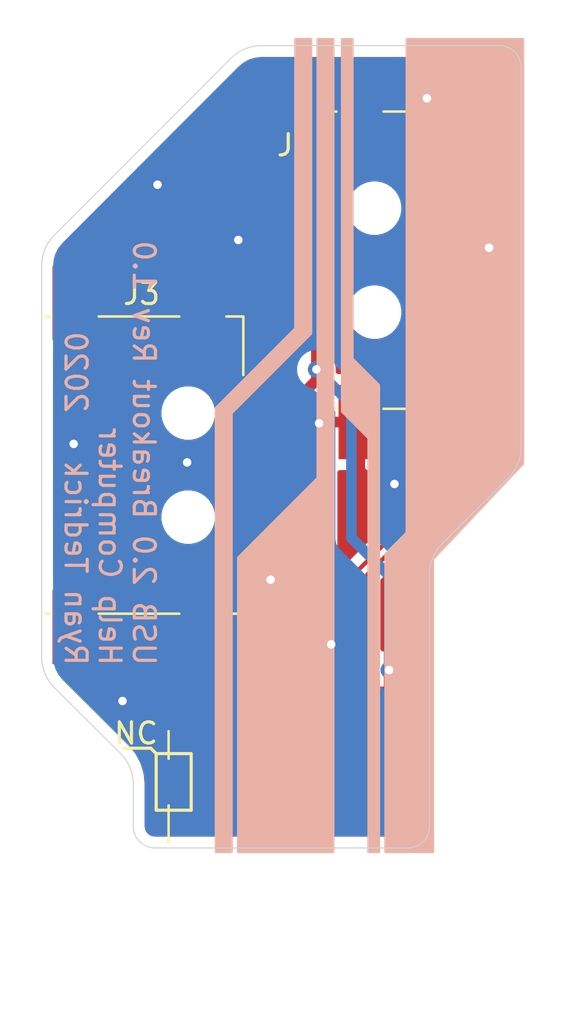
<source format=kicad_pcb>
(kicad_pcb (version 20171130) (host pcbnew "(5.1.7)-1")

  (general
    (thickness 1.6)
    (drawings 30)
    (tracks 272)
    (zones 0)
    (modules 3)
    (nets 9)
  )

  (page A4)
  (layers
    (0 F.Cu signal)
    (31 B.Cu signal)
    (32 B.Adhes user)
    (33 F.Adhes user)
    (34 B.Paste user)
    (35 F.Paste user)
    (36 B.SilkS user)
    (37 F.SilkS user)
    (38 B.Mask user)
    (39 F.Mask user)
    (40 Dwgs.User user)
    (41 Cmts.User user)
    (42 Eco1.User user)
    (43 Eco2.User user)
    (44 Edge.Cuts user)
    (45 Margin user)
    (46 B.CrtYd user)
    (47 F.CrtYd user)
    (48 B.Fab user)
    (49 F.Fab user)
  )

  (setup
    (last_trace_width 0.2)
    (user_trace_width 0.2)
    (user_trace_width 0.5)
    (user_trace_width 0.75)
    (trace_clearance 0.2)
    (zone_clearance 0.508)
    (zone_45_only no)
    (trace_min 0.2)
    (via_size 0.8)
    (via_drill 0.4)
    (via_min_size 0.4)
    (via_min_drill 0.3)
    (uvia_size 0.3)
    (uvia_drill 0.1)
    (uvias_allowed no)
    (uvia_min_size 0.2)
    (uvia_min_drill 0.1)
    (edge_width 0.05)
    (segment_width 0.2)
    (pcb_text_width 0.3)
    (pcb_text_size 1.5 1.5)
    (mod_edge_width 0.12)
    (mod_text_size 1 1)
    (mod_text_width 0.15)
    (pad_size 1.524 1.524)
    (pad_drill 0.762)
    (pad_to_mask_clearance 0)
    (aux_axis_origin 0 0)
    (visible_elements 7FFFFFFF)
    (pcbplotparams
      (layerselection 0x010fc_ffffffff)
      (usegerberextensions false)
      (usegerberattributes true)
      (usegerberadvancedattributes true)
      (creategerberjobfile true)
      (excludeedgelayer true)
      (linewidth 0.100000)
      (plotframeref false)
      (viasonmask false)
      (mode 1)
      (useauxorigin false)
      (hpglpennumber 1)
      (hpglpenspeed 20)
      (hpglpendiameter 15.000000)
      (psnegative false)
      (psa4output false)
      (plotreference true)
      (plotvalue true)
      (plotinvisibletext false)
      (padsonsilk false)
      (subtractmaskfromsilk false)
      (outputformat 1)
      (mirror false)
      (drillshape 0)
      (scaleselection 1)
      (outputdirectory ""))
  )

  (net 0 "")
  (net 1 GND)
  (net 2 +5V)
  (net 3 USB2_D-)
  (net 4 USB1_D-)
  (net 5 USB2_D+)
  (net 6 USB1_D+)
  (net 7 GNDS)
  (net 8 "Net-(J1-Pad10)")

  (net_class Default "This is the default net class."
    (clearance 0.2)
    (trace_width 0.25)
    (via_dia 0.8)
    (via_drill 0.4)
    (uvia_dia 0.3)
    (uvia_drill 0.1)
    (add_net +5V)
    (add_net GND)
    (add_net GNDS)
    (add_net "Net-(J1-Pad10)")
    (add_net USB1_D+)
    (add_net USB1_D-)
    (add_net USB2_D+)
    (add_net USB2_D-)
  )

  (module DanA4UsbBreakout:Harwin_2x5_female_header_M20-7920542R (layer F.Cu) (tedit 5F88ACDC) (tstamp 5F88E760)
    (at 58.674 47.498 180)
    (path /5F77B4EA)
    (attr smd)
    (fp_text reference J1 (at 5.5 2.5) (layer F.SilkS)
      (effects (font (size 1 1) (thickness 0.15)))
    )
    (fp_text value Conn_2Rows-09Pins (at 5 4.5) (layer F.Fab)
      (effects (font (size 1 1) (thickness 0.15)))
    )
    (fp_line (start 11.56 -6.35) (end -1.4 -6.35) (layer Dwgs.User) (width 0.12))
    (fp_line (start -1.4 -6.35) (end -1.4 -14.85) (layer Dwgs.User) (width 0.12))
    (fp_line (start -1.4 -14.85) (end 11.56 -14.85) (layer Dwgs.User) (width 0.12))
    (fp_line (start 11.56 -6.35) (end 11.56 -14.85) (layer Dwgs.User) (width 0.12))
    (fp_line (start -0.25 -4.6) (end -0.25 -6.35) (layer F.SilkS) (width 0.12))
    (fp_line (start 10.4 -4.6) (end 10.4 -6.35) (layer F.SilkS) (width 0.12))
    (fp_line (start -0.25 -1.1) (end -0.25 -2.35) (layer F.SilkS) (width 0.12))
    (fp_line (start 10.4 -1.1) (end 10.4 -2.4) (layer F.SilkS) (width 0.12))
    (fp_line (start 14 -6.6) (end -4 -6.6) (layer Dwgs.User) (width 0.12))
    (fp_text user "BOARD EDGE" (at 5 -7.5) (layer Dwgs.User)
      (effects (font (size 1 1) (thickness 0.15)))
    )
    (pad 1 smd rect (at 0 0 180) (size 1 2) (layers F.Cu F.Paste F.Mask)
      (net 2 +5V))
    (pad 2 smd rect (at 0 -3.5 180) (size 1 2) (layers F.Cu F.Paste F.Mask)
      (net 2 +5V))
    (pad 3 smd rect (at 2.54 0 180) (size 1 2) (layers F.Cu F.Paste F.Mask)
      (net 3 USB2_D-))
    (pad 4 smd rect (at 2.54 -3.5 180) (size 1 2) (layers F.Cu F.Paste F.Mask)
      (net 4 USB1_D-))
    (pad 5 smd rect (at 5.08 0 180) (size 1 2) (layers F.Cu F.Paste F.Mask)
      (net 5 USB2_D+))
    (pad 6 smd rect (at 5.08 -3.5 180) (size 1 2) (layers F.Cu F.Paste F.Mask)
      (net 6 USB1_D+))
    (pad 7 smd rect (at 7.62 0 180) (size 1 2) (layers F.Cu F.Paste F.Mask)
      (net 1 GND))
    (pad 8 smd rect (at 7.62 -3.5 180) (size 1 2) (layers F.Cu F.Paste F.Mask)
      (net 1 GND))
    (pad 9 smd rect (at 10.16 0 180) (size 1 2) (layers F.Cu F.Paste F.Mask)
      (net 7 GNDS))
    (pad 10 smd rect (at 10.16 -3.5 180) (size 1 2) (layers F.Cu F.Paste F.Mask)
      (net 8 "Net-(J1-Pad10)"))
    (model ${KIPRJMOD}/models/SMH-105-02-G-D.stp
      (offset (xyz 5.07 6.5 2.475))
      (scale (xyz 1 1 1))
      (rotate (xyz 90 180 0))
    )
  )

  (module DanA4UsbBreakout:Wurth_USB-A_629104190121 (layer F.Cu) (tedit 5F88898B) (tstamp 5F88EA17)
    (at 54.61 26.416 90)
    (path /5F77C7BE)
    (attr smd)
    (fp_text reference J2 (at 5.416 -0.36 180) (layer F.SilkS)
      (effects (font (size 1 1) (thickness 0.15)))
    )
    (fp_text value USB_A (at 0 6.3 90) (layer F.Fab)
      (effects (font (size 1 1) (thickness 0.15)))
    )
    (fp_line (start -7 0.78) (end -4.24 0.78) (layer F.SilkS) (width 0.12))
    (fp_line (start 7 0.78) (end 4.24 0.78) (layer F.SilkS) (width 0.12))
    (fp_line (start 7 0.78) (end 7 1.58) (layer F.SilkS) (width 0.12))
    (fp_line (start 7 9.88) (end 7 10.1) (layer F.SilkS) (width 0.12))
    (fp_line (start 7 3.8) (end 7 7.6) (layer F.SilkS) (width 0.12))
    (fp_line (start -7 9.88) (end -7 10.1) (layer F.SilkS) (width 0.12))
    (fp_line (start -7 0.78) (end -7 1.58) (layer F.SilkS) (width 0.12))
    (fp_line (start -7 3.8) (end -7 7.6) (layer F.SilkS) (width 0.12))
    (fp_line (start 7 10.28) (end 7 11.28) (layer Dwgs.User) (width 0.12))
    (fp_line (start -7 10.28) (end -7 11.28) (layer Dwgs.User) (width 0.12))
    (fp_line (start -7 11.28) (end 7 11.28) (layer Dwgs.User) (width 0.12))
    (fp_line (start -10 10.28) (end 10 10.28) (layer Dwgs.User) (width 0.12))
    (fp_text user "BOARD EDGE" (at 0 9.5 90) (layer Dwgs.User)
      (effects (font (size 1 1) (thickness 0.15)))
    )
    (pad 1 smd rect (at -3.5 0 90) (size 1.25 3.5) (layers F.Cu F.Paste F.Mask)
      (net 2 +5V))
    (pad 2 smd rect (at -1 0 90) (size 1.25 3.5) (layers F.Cu F.Paste F.Mask)
      (net 4 USB1_D-))
    (pad 3 smd rect (at 1 0 90) (size 1.25 3.5) (layers F.Cu F.Paste F.Mask)
      (net 6 USB1_D+))
    (pad 4 smd rect (at 3.5 0 90) (size 1.25 3.5) (layers F.Cu F.Paste F.Mask)
      (net 1 GND))
    (pad "" np_thru_hole circle (at 2.45 3.38 90) (size 1.5 1.5) (drill 1.5) (layers *.Cu *.Mask))
    (pad "" np_thru_hole circle (at -2.45 3.38 90) (size 1.5 1.5) (drill 1.5) (layers *.Cu *.Mask))
    (pad 5 smd rect (at 7.625 2.68 90) (size 3.5 2) (layers F.Cu F.Paste F.Mask)
      (net 7 GNDS))
    (pad 5 smd rect (at -7.625 2.68 90) (size 3.5 2) (layers F.Cu F.Paste F.Mask)
      (net 7 GNDS))
    (pad 5 smd rect (at -7.625 8.78 90) (size 3.5 2) (layers F.Cu F.Paste F.Mask)
      (net 7 GNDS))
    (pad 5 smd rect (at 7.625 8.78 90) (size 3.5 2) (layers F.Cu F.Paste F.Mask)
      (net 7 GNDS))
    (model ${KIPRJMOD}/models/629104190121_Download_STP_629104190121_rev1.stp
      (offset (xyz 0 -10.5 4.725))
      (scale (xyz 1 1 1))
      (rotate (xyz 0 0 90))
    )
  )

  (module DanA4UsbBreakout:Wurth_USB-A_629104190121 (layer F.Cu) (tedit 5F88898B) (tstamp 5F88ED48)
    (at 52.578 36.068 270)
    (path /5F780EB0)
    (attr smd)
    (fp_text reference J3 (at -8.068 5.578 180) (layer F.SilkS)
      (effects (font (size 1 1) (thickness 0.15)))
    )
    (fp_text value USB_A (at 0 6.3 90) (layer F.Fab)
      (effects (font (size 1 1) (thickness 0.15)))
    )
    (fp_text user "BOARD EDGE" (at 0 9.5 90) (layer Dwgs.User)
      (effects (font (size 1 1) (thickness 0.15)))
    )
    (fp_line (start -10 10.28) (end 10 10.28) (layer Dwgs.User) (width 0.12))
    (fp_line (start -7 11.28) (end 7 11.28) (layer Dwgs.User) (width 0.12))
    (fp_line (start -7 10.28) (end -7 11.28) (layer Dwgs.User) (width 0.12))
    (fp_line (start 7 10.28) (end 7 11.28) (layer Dwgs.User) (width 0.12))
    (fp_line (start -7 3.8) (end -7 7.6) (layer F.SilkS) (width 0.12))
    (fp_line (start -7 0.78) (end -7 1.58) (layer F.SilkS) (width 0.12))
    (fp_line (start -7 9.88) (end -7 10.1) (layer F.SilkS) (width 0.12))
    (fp_line (start 7 3.8) (end 7 7.6) (layer F.SilkS) (width 0.12))
    (fp_line (start 7 9.88) (end 7 10.1) (layer F.SilkS) (width 0.12))
    (fp_line (start 7 0.78) (end 7 1.58) (layer F.SilkS) (width 0.12))
    (fp_line (start 7 0.78) (end 4.24 0.78) (layer F.SilkS) (width 0.12))
    (fp_line (start -7 0.78) (end -4.24 0.78) (layer F.SilkS) (width 0.12))
    (pad 5 smd rect (at 7.625 8.78 270) (size 3.5 2) (layers F.Cu F.Paste F.Mask)
      (net 7 GNDS))
    (pad 5 smd rect (at -7.625 8.78 270) (size 3.5 2) (layers F.Cu F.Paste F.Mask)
      (net 7 GNDS))
    (pad 5 smd rect (at -7.625 2.68 270) (size 3.5 2) (layers F.Cu F.Paste F.Mask)
      (net 7 GNDS))
    (pad 5 smd rect (at 7.625 2.68 270) (size 3.5 2) (layers F.Cu F.Paste F.Mask)
      (net 7 GNDS))
    (pad "" np_thru_hole circle (at -2.45 3.38 270) (size 1.5 1.5) (drill 1.5) (layers *.Cu *.Mask))
    (pad "" np_thru_hole circle (at 2.45 3.38 270) (size 1.5 1.5) (drill 1.5) (layers *.Cu *.Mask))
    (pad 4 smd rect (at 3.5 0 270) (size 1.25 3.5) (layers F.Cu F.Paste F.Mask)
      (net 1 GND))
    (pad 3 smd rect (at 1 0 270) (size 1.25 3.5) (layers F.Cu F.Paste F.Mask)
      (net 5 USB2_D+))
    (pad 2 smd rect (at -1 0 270) (size 1.25 3.5) (layers F.Cu F.Paste F.Mask)
      (net 3 USB2_D-))
    (pad 1 smd rect (at -3.5 0 270) (size 1.25 3.5) (layers F.Cu F.Paste F.Mask)
      (net 2 +5V))
    (model ${KIPRJMOD}/models/629104190121_Download_STP_629104190121_rev1.stp
      (offset (xyz 0 -10.5 4.725))
      (scale (xyz 1 1 1))
      (rotate (xyz 0 0 90))
    )
  )

  (gr_poly (pts (xy 56.95 31.05) (xy 58.2 32.3) (xy 58.2 54.3) (xy 57.7 54.3) (xy 57.7 34.8) (xy 56.45 33.55) (xy 56.45 16) (xy 56.95 16)) (layer B.SilkS) (width 0.1))
  (gr_poly (pts (xy 55 29.875) (xy 51.25 33.625) (xy 51.25 54.3) (xy 50.5 54.3) (xy 50.5 33.375) (xy 54.25 29.625) (xy 54.25 16) (xy 55 16)) (layer B.SilkS) (width 0.1))
  (gr_poly (pts (xy 56.05 54.3) (xy 51.55 54.3) (xy 51.55 40.425) (xy 55.3 36.675) (xy 55.3 16) (xy 56.05 16)) (layer B.SilkS) (width 0.1))
  (gr_poly (pts (xy 65 36) (xy 60.75 40.5) (xy 60.75 54.3) (xy 58.5 54.3) (xy 58.5 40.25) (xy 59.5 39.25) (xy 59.5 16) (xy 65 16)) (layer B.SilkS) (width 0.1))
  (gr_arc (start 59.563 53.086) (end 59.563 54.102) (angle -90) (layer Edge.Cuts) (width 0.05) (tstamp 5F88F962))
  (gr_arc (start 47.625 53.086) (end 46.609 53.086) (angle -90) (layer Edge.Cuts) (width 0.05) (tstamp 5F88F962))
  (gr_text "USB 2.0 Breakout Rev 1.0\nHelp Computer\nRyan Tedrick   2020" (at 45.5 45.6 270) (layer B.SilkS)
    (effects (font (size 1 1) (thickness 0.15)) (justify left mirror))
  )
  (gr_line (start 49.3395 49.657) (end 47.6885 49.657) (layer F.SilkS) (width 0.15))
  (gr_line (start 49.3395 52.324) (end 49.3395 49.657) (layer F.SilkS) (width 0.15))
  (gr_line (start 47.6885 52.324) (end 49.3395 52.324) (layer F.SilkS) (width 0.15))
  (gr_arc (start 44.577 51.095628) (end 46.013841 49.658787) (angle 45) (layer Edge.Cuts) (width 0.05) (tstamp 5F88F54D))
  (gr_line (start 46.013841 49.658787) (end 42.884292 46.54542) (layer Edge.Cuts) (width 0.05) (tstamp 5F88F54C))
  (gr_arc (start 44.321133 45.108579) (end 42.884292 46.54542) (angle 47.4560943) (layer Edge.Cuts) (width 0.05) (tstamp 5F88F54B))
  (gr_line (start 64.897 17.326882) (end 64.897 35.137372) (layer Edge.Cuts) (width 0.05) (tstamp 5F88F53B))
  (gr_arc (start 63.881 17.326882) (end 64.897 17.326882) (angle -90) (layer Edge.Cuts) (width 0.05) (tstamp 5F88F539))
  (gr_arc (start 62.866867 35.224451) (end 64.303708 36.661292) (angle -47.4560943) (layer Edge.Cuts) (width 0.05) (tstamp 5F88F512))
  (gr_line (start 61.174159 39.774659) (end 64.303708 36.661292) (layer Edge.Cuts) (width 0.05) (tstamp 5F88F4D1))
  (gr_arc (start 62.611 41.2115) (end 61.174159 39.774659) (angle -45) (layer Edge.Cuts) (width 0.05) (tstamp 5F88F4CF))
  (gr_line (start 52.649408 16.310882) (end 63.881 16.310882) (layer Edge.Cuts) (width 0.05))
  (gr_line (start 42.886159 25.233159) (end 51.181 16.938318) (layer Edge.Cuts) (width 0.05))
  (gr_arc (start 52.649408 18.342882) (end 52.649408 16.310882) (angle -46.27303002) (layer Edge.Cuts) (width 0.05) (tstamp 5F88F4A1))
  (gr_arc (start 44.323 26.67) (end 42.886159 25.233159) (angle -45) (layer Edge.Cuts) (width 0.05) (tstamp 5F88F4A1))
  (gr_line (start 42.291 45.0215) (end 42.291 26.67) (layer Edge.Cuts) (width 0.05))
  (gr_line (start 46.609 53.086) (end 46.609 51.095628) (layer Edge.Cuts) (width 0.05))
  (gr_line (start 60.579 53.086) (end 60.579 41.2115) (layer Edge.Cuts) (width 0.05))
  (gr_line (start 47.625 54.102) (end 59.563 54.102) (layer Edge.Cuts) (width 0.05))
  (gr_text NC (at 46.736 48.7045) (layer F.SilkS)
    (effects (font (size 1 1) (thickness 0.15)))
  )
  (gr_line (start 47.6885 52.324) (end 47.6885 49.657) (layer F.SilkS) (width 0.15))
  (gr_line (start 47.4345 49.403) (end 47.6885 49.657) (layer F.SilkS) (width 0.15))
  (gr_line (start 46.1645 49.403) (end 47.4345 49.403) (layer F.SilkS) (width 0.15))

  (via (at 49.149 35.941) (size 0.8) (drill 0.4) (layers F.Cu B.Cu) (net 7))
  (via (at 55.9435 44.5135) (size 0.8) (drill 0.4) (layers F.Cu B.Cu) (net 7))
  (segment (start 51.054 50.998) (end 51.054 47.498) (width 0.5) (layer F.Cu) (net 1))
  (segment (start 51.054 46.2915) (end 51.054 47.498) (width 0.5) (layer F.Cu) (net 1))
  (segment (start 51.689 45.6565) (end 51.054 46.2915) (width 0.5) (layer F.Cu) (net 1))
  (segment (start 51.689 41.5925) (end 51.689 45.6565) (width 0.5) (layer F.Cu) (net 1))
  (segment (start 51.65725 41.56075) (end 51.689 41.5925) (width 0.5) (layer F.Cu) (net 1))
  (segment (start 51.689 40.457) (end 52.578 39.568) (width 0.5) (layer F.Cu) (net 1))
  (segment (start 51.689 41.529) (end 51.689 40.457) (width 0.5) (layer F.Cu) (net 1))
  (segment (start 51.65725 41.56075) (end 51.689 41.529) (width 0.5) (layer F.Cu) (net 1))
  (segment (start 51.1175 41.021) (end 51.65725 41.56075) (width 0.5) (layer F.Cu) (net 1))
  (segment (start 48.8315 41.021) (end 51.1175 41.021) (width 0.5) (layer F.Cu) (net 1))
  (segment (start 47.4345 39.624) (end 48.8315 41.021) (width 0.5) (layer F.Cu) (net 1))
  (segment (start 47.4345 26.8605) (end 47.4345 39.624) (width 0.5) (layer F.Cu) (net 1))
  (segment (start 51.379 22.916) (end 47.4345 26.8605) (width 0.5) (layer F.Cu) (net 1))
  (segment (start 54.61 22.916) (end 51.379 22.916) (width 0.5) (layer F.Cu) (net 1))
  (segment (start 58.674 50.998) (end 58.674 47.498) (width 0.5) (layer F.Cu) (net 2))
  (via (at 55.245 31.5595) (size 0.8) (drill 0.4) (layers F.Cu B.Cu) (net 2))
  (segment (start 55.245 30.551) (end 54.61 29.916) (width 0.5) (layer F.Cu) (net 2))
  (segment (start 55.245 31.5595) (end 55.245 30.551) (width 0.5) (layer F.Cu) (net 2))
  (segment (start 55.245 31.5595) (end 55.245 32.0675) (width 0.5) (layer F.Cu) (net 2))
  (segment (start 54.7445 32.568) (end 52.578 32.568) (width 0.5) (layer F.Cu) (net 2))
  (segment (start 55.245 32.0675) (end 54.7445 32.568) (width 0.5) (layer F.Cu) (net 2))
  (segment (start 58.674 47.498) (end 58.674 45.720006) (width 0.5) (layer F.Cu) (net 2))
  (via (at 58.674 45.720006) (size 0.8) (drill 0.4) (layers F.Cu B.Cu) (net 2))
  (segment (start 58.674 41.275) (end 58.674 45.720006) (width 0.5) (layer B.Cu) (net 2))
  (segment (start 56.896 39.497) (end 58.674 41.275) (width 0.5) (layer B.Cu) (net 2))
  (segment (start 56.896 33.2105) (end 56.896 39.497) (width 0.5) (layer B.Cu) (net 2))
  (segment (start 55.245 31.5595) (end 56.896 33.2105) (width 0.5) (layer B.Cu) (net 2))
  (segment (start 54.6735 46.0375) (end 56.134 47.498) (width 0.2) (layer F.Cu) (net 3))
  (segment (start 54.6735 42.3552) (end 54.6735 46.0375) (width 0.2) (layer F.Cu) (net 3))
  (segment (start 55.626 41.4027) (end 54.6735 42.3552) (width 0.2) (layer F.Cu) (net 3))
  (segment (start 55.626 36.5118) (end 55.626 41.4027) (width 0.2) (layer F.Cu) (net 3))
  (segment (start 54.9572 35.843) (end 55.626 36.5118) (width 0.2) (layer F.Cu) (net 3))
  (segment (start 54.478 35.843) (end 54.9572 35.843) (width 0.2) (layer F.Cu) (net 3))
  (segment (start 53.703 35.068) (end 54.478 35.843) (width 0.2) (layer F.Cu) (net 3))
  (segment (start 52.578 35.068) (end 53.703 35.068) (width 0.2) (layer F.Cu) (net 3))
  (segment (start 56.134 50.546) (end 56.134 50.998) (width 0.2) (layer F.Cu) (net 4))
  (segment (start 57.15 49.53) (end 56.134 50.546) (width 0.2) (layer F.Cu) (net 4))
  (segment (start 57.15 41.0838) (end 57.15 49.53) (width 0.2) (layer F.Cu) (net 4))
  (segment (start 60.7695 37.4643) (end 57.15 41.0838) (width 0.2) (layer F.Cu) (net 4))
  (segment (start 60.7695 35.0195) (end 60.7695 37.4643) (width 0.2) (layer F.Cu) (net 4))
  (segment (start 60.761978 34.952743) (end 60.7695 35.0195) (width 0.2) (layer F.Cu) (net 4))
  (segment (start 60.73979 34.889334) (end 60.761978 34.952743) (width 0.2) (layer F.Cu) (net 4))
  (segment (start 60.704049 34.832453) (end 60.73979 34.889334) (width 0.2) (layer F.Cu) (net 4))
  (segment (start 60.656546 34.78495) (end 60.704049 34.832453) (width 0.2) (layer F.Cu) (net 4))
  (segment (start 60.599665 34.749209) (end 60.656546 34.78495) (width 0.2) (layer F.Cu) (net 4))
  (segment (start 60.536256 34.727021) (end 60.599665 34.749209) (width 0.2) (layer F.Cu) (net 4))
  (segment (start 60.4695 34.7195) (end 60.536256 34.727021) (width 0.2) (layer F.Cu) (net 4))
  (segment (start 60.114371 34.7195) (end 60.4695 34.7195) (width 0.2) (layer F.Cu) (net 4))
  (segment (start 60.047614 34.711978) (end 60.114371 34.7195) (width 0.2) (layer F.Cu) (net 4))
  (segment (start 59.984205 34.68979) (end 60.047614 34.711978) (width 0.2) (layer F.Cu) (net 4))
  (segment (start 59.927324 34.654049) (end 59.984205 34.68979) (width 0.2) (layer F.Cu) (net 4))
  (segment (start 59.879821 34.606546) (end 59.927324 34.654049) (width 0.2) (layer F.Cu) (net 4))
  (segment (start 59.84408 34.549665) (end 59.879821 34.606546) (width 0.2) (layer F.Cu) (net 4))
  (segment (start 59.821892 34.486256) (end 59.84408 34.549665) (width 0.2) (layer F.Cu) (net 4))
  (segment (start 59.814371 34.4195) (end 59.821892 34.486256) (width 0.2) (layer F.Cu) (net 4))
  (segment (start 59.821892 34.352743) (end 59.814371 34.4195) (width 0.2) (layer F.Cu) (net 4))
  (segment (start 59.84408 34.289334) (end 59.821892 34.352743) (width 0.2) (layer F.Cu) (net 4))
  (segment (start 59.879821 34.232453) (end 59.84408 34.289334) (width 0.2) (layer F.Cu) (net 4))
  (segment (start 59.927324 34.18495) (end 59.879821 34.232453) (width 0.2) (layer F.Cu) (net 4))
  (segment (start 59.984205 34.149209) (end 59.927324 34.18495) (width 0.2) (layer F.Cu) (net 4))
  (segment (start 60.047614 34.127021) (end 59.984205 34.149209) (width 0.2) (layer F.Cu) (net 4))
  (segment (start 60.114371 34.1195) (end 60.047614 34.127021) (width 0.2) (layer F.Cu) (net 4))
  (segment (start 60.4695 34.1195) (end 60.114371 34.1195) (width 0.2) (layer F.Cu) (net 4))
  (segment (start 60.536256 34.111978) (end 60.4695 34.1195) (width 0.2) (layer F.Cu) (net 4))
  (segment (start 60.599665 34.08979) (end 60.536256 34.111978) (width 0.2) (layer F.Cu) (net 4))
  (segment (start 60.656546 34.054049) (end 60.599665 34.08979) (width 0.2) (layer F.Cu) (net 4))
  (segment (start 60.704049 34.006546) (end 60.656546 34.054049) (width 0.2) (layer F.Cu) (net 4))
  (segment (start 60.73979 33.949665) (end 60.704049 34.006546) (width 0.2) (layer F.Cu) (net 4))
  (segment (start 59.984205 31.08979) (end 60.047614 31.111978) (width 0.2) (layer F.Cu) (net 4))
  (segment (start 59.927324 31.054049) (end 59.984205 31.08979) (width 0.2) (layer F.Cu) (net 4))
  (segment (start 59.879821 31.006546) (end 59.927324 31.054049) (width 0.2) (layer F.Cu) (net 4))
  (segment (start 59.84408 30.949665) (end 59.879821 31.006546) (width 0.2) (layer F.Cu) (net 4))
  (segment (start 59.821892 30.886256) (end 59.84408 30.949665) (width 0.2) (layer F.Cu) (net 4))
  (segment (start 59.814371 30.8195) (end 59.821892 30.886256) (width 0.2) (layer F.Cu) (net 4))
  (segment (start 60.4695 31.1195) (end 60.536256 31.127021) (width 0.2) (layer F.Cu) (net 4))
  (segment (start 59.84408 30.689334) (end 59.821892 30.752743) (width 0.2) (layer F.Cu) (net 4))
  (segment (start 59.879821 30.632453) (end 59.84408 30.689334) (width 0.2) (layer F.Cu) (net 4))
  (segment (start 59.927324 30.58495) (end 59.879821 30.632453) (width 0.2) (layer F.Cu) (net 4))
  (segment (start 60.536256 33.527021) (end 60.599665 33.549209) (width 0.2) (layer F.Cu) (net 4))
  (segment (start 59.984205 30.549209) (end 59.927324 30.58495) (width 0.2) (layer F.Cu) (net 4))
  (segment (start 60.047614 30.527021) (end 59.984205 30.549209) (width 0.2) (layer F.Cu) (net 4))
  (segment (start 60.114371 30.5195) (end 60.047614 30.527021) (width 0.2) (layer F.Cu) (net 4))
  (segment (start 60.656546 33.58495) (end 60.704049 33.632453) (width 0.2) (layer F.Cu) (net 4))
  (segment (start 60.536256 30.511978) (end 60.4695 30.5195) (width 0.2) (layer F.Cu) (net 4))
  (segment (start 60.114371 31.1195) (end 60.4695 31.1195) (width 0.2) (layer F.Cu) (net 4))
  (segment (start 60.599665 30.48979) (end 60.536256 30.511978) (width 0.2) (layer F.Cu) (net 4))
  (segment (start 60.656546 30.454049) (end 60.599665 30.48979) (width 0.2) (layer F.Cu) (net 4))
  (segment (start 60.704049 30.406546) (end 60.656546 30.454049) (width 0.2) (layer F.Cu) (net 4))
  (segment (start 60.761978 30.286256) (end 60.73979 30.349665) (width 0.2) (layer F.Cu) (net 4))
  (segment (start 59.927324 33.454049) (end 59.984205 33.48979) (width 0.2) (layer F.Cu) (net 4))
  (segment (start 60.7695 30.2195) (end 60.761978 30.286256) (width 0.2) (layer F.Cu) (net 4))
  (segment (start 59.984205 33.48979) (end 60.047614 33.511978) (width 0.2) (layer F.Cu) (net 4))
  (segment (start 60.761978 30.152743) (end 60.7695 30.2195) (width 0.2) (layer F.Cu) (net 4))
  (segment (start 60.73979 30.089334) (end 60.761978 30.152743) (width 0.2) (layer F.Cu) (net 4))
  (segment (start 60.704049 30.032453) (end 60.73979 30.089334) (width 0.2) (layer F.Cu) (net 4))
  (segment (start 60.656546 29.98495) (end 60.704049 30.032453) (width 0.2) (layer F.Cu) (net 4))
  (segment (start 60.599665 29.949209) (end 60.656546 29.98495) (width 0.2) (layer F.Cu) (net 4))
  (segment (start 59.821892 30.752743) (end 59.814371 30.8195) (width 0.2) (layer F.Cu) (net 4))
  (segment (start 60.536256 29.927021) (end 60.599665 29.949209) (width 0.2) (layer F.Cu) (net 4))
  (segment (start 60.4695 29.3195) (end 60.114371 29.3195) (width 0.2) (layer F.Cu) (net 4))
  (segment (start 59.821892 29.686256) (end 59.84408 29.749665) (width 0.2) (layer F.Cu) (net 4))
  (segment (start 60.599665 29.28979) (end 60.536256 29.311978) (width 0.2) (layer F.Cu) (net 4))
  (segment (start 60.656546 29.254049) (end 60.599665 29.28979) (width 0.2) (layer F.Cu) (net 4))
  (segment (start 59.927324 29.38495) (end 59.879821 29.432453) (width 0.2) (layer F.Cu) (net 4))
  (segment (start 60.761978 29.086256) (end 60.73979 29.149665) (width 0.2) (layer F.Cu) (net 4))
  (segment (start 59.879821 33.406546) (end 59.927324 33.454049) (width 0.2) (layer F.Cu) (net 4))
  (segment (start 60.7695 29.0195) (end 60.761978 29.086256) (width 0.2) (layer F.Cu) (net 4))
  (segment (start 60.73979 29.149665) (end 60.704049 29.206546) (width 0.2) (layer F.Cu) (net 4))
  (segment (start 60.7695 33.8195) (end 60.761978 33.886256) (width 0.2) (layer F.Cu) (net 4))
  (segment (start 60.7695 28.5122) (end 60.7695 29.0195) (width 0.2) (layer F.Cu) (net 4))
  (segment (start 58.8983 26.641) (end 60.7695 28.5122) (width 0.2) (layer F.Cu) (net 4))
  (segment (start 60.599665 33.549209) (end 60.656546 33.58495) (width 0.2) (layer F.Cu) (net 4))
  (segment (start 60.047614 31.111978) (end 60.114371 31.1195) (width 0.2) (layer F.Cu) (net 4))
  (segment (start 59.821892 29.552743) (end 59.814371 29.6195) (width 0.2) (layer F.Cu) (net 4))
  (segment (start 59.821892 33.286256) (end 59.84408 33.349665) (width 0.2) (layer F.Cu) (net 4))
  (segment (start 60.536256 29.311978) (end 60.4695 29.3195) (width 0.2) (layer F.Cu) (net 4))
  (segment (start 59.84408 33.349665) (end 59.879821 33.406546) (width 0.2) (layer F.Cu) (net 4))
  (segment (start 60.704049 29.206546) (end 60.656546 29.254049) (width 0.2) (layer F.Cu) (net 4))
  (segment (start 60.704049 33.632453) (end 60.73979 33.689334) (width 0.2) (layer F.Cu) (net 4))
  (segment (start 56.95675 26.641) (end 58.8983 26.641) (width 0.2) (layer F.Cu) (net 4))
  (segment (start 60.4695 33.5195) (end 60.536256 33.527021) (width 0.2) (layer F.Cu) (net 4))
  (segment (start 56.18175 27.416) (end 56.95675 26.641) (width 0.2) (layer F.Cu) (net 4))
  (segment (start 59.84408 29.749665) (end 59.879821 29.806546) (width 0.2) (layer F.Cu) (net 4))
  (segment (start 54.61 27.416) (end 56.18175 27.416) (width 0.2) (layer F.Cu) (net 4))
  (segment (start 60.73979 30.349665) (end 60.704049 30.406546) (width 0.2) (layer F.Cu) (net 4))
  (segment (start 60.114371 29.3195) (end 60.047614 29.327021) (width 0.2) (layer F.Cu) (net 4))
  (segment (start 60.047614 29.327021) (end 59.984205 29.349209) (width 0.2) (layer F.Cu) (net 4))
  (segment (start 60.4695 29.9195) (end 60.536256 29.927021) (width 0.2) (layer F.Cu) (net 4))
  (segment (start 59.984205 29.349209) (end 59.927324 29.38495) (width 0.2) (layer F.Cu) (net 4))
  (segment (start 60.114371 33.5195) (end 60.4695 33.5195) (width 0.2) (layer F.Cu) (net 4))
  (segment (start 59.879821 29.432453) (end 59.84408 29.489334) (width 0.2) (layer F.Cu) (net 4))
  (segment (start 59.879821 29.806546) (end 59.927324 29.854049) (width 0.2) (layer F.Cu) (net 4))
  (segment (start 59.84408 29.489334) (end 59.821892 29.552743) (width 0.2) (layer F.Cu) (net 4))
  (segment (start 60.4695 30.5195) (end 60.114371 30.5195) (width 0.2) (layer F.Cu) (net 4))
  (segment (start 59.814371 29.6195) (end 59.821892 29.686256) (width 0.2) (layer F.Cu) (net 4))
  (segment (start 60.761978 33.752743) (end 60.7695 33.8195) (width 0.2) (layer F.Cu) (net 4))
  (segment (start 59.927324 29.854049) (end 59.984205 29.88979) (width 0.2) (layer F.Cu) (net 4))
  (segment (start 60.047614 33.511978) (end 60.114371 33.5195) (width 0.2) (layer F.Cu) (net 4))
  (segment (start 59.984205 29.88979) (end 60.047614 29.911978) (width 0.2) (layer F.Cu) (net 4))
  (segment (start 60.047614 29.911978) (end 60.114371 29.9195) (width 0.2) (layer F.Cu) (net 4))
  (segment (start 60.114371 29.9195) (end 60.4695 29.9195) (width 0.2) (layer F.Cu) (net 4))
  (segment (start 60.536256 31.127021) (end 60.599665 31.149209) (width 0.2) (layer F.Cu) (net 4))
  (segment (start 60.599665 31.149209) (end 60.656546 31.18495) (width 0.2) (layer F.Cu) (net 4))
  (segment (start 60.656546 31.18495) (end 60.704049 31.232453) (width 0.2) (layer F.Cu) (net 4))
  (segment (start 60.704049 31.232453) (end 60.73979 31.289334) (width 0.2) (layer F.Cu) (net 4))
  (segment (start 60.73979 31.289334) (end 60.761978 31.352743) (width 0.2) (layer F.Cu) (net 4))
  (segment (start 60.761978 31.352743) (end 60.7695 31.4195) (width 0.2) (layer F.Cu) (net 4))
  (segment (start 60.7695 31.4195) (end 60.761978 31.486256) (width 0.2) (layer F.Cu) (net 4))
  (segment (start 60.761978 31.486256) (end 60.73979 31.549665) (width 0.2) (layer F.Cu) (net 4))
  (segment (start 60.73979 31.549665) (end 60.704049 31.606546) (width 0.2) (layer F.Cu) (net 4))
  (segment (start 60.704049 31.606546) (end 60.656546 31.654049) (width 0.2) (layer F.Cu) (net 4))
  (segment (start 60.656546 31.654049) (end 60.599665 31.68979) (width 0.2) (layer F.Cu) (net 4))
  (segment (start 60.599665 31.68979) (end 60.536256 31.711978) (width 0.2) (layer F.Cu) (net 4))
  (segment (start 60.536256 31.711978) (end 60.4695 31.7195) (width 0.2) (layer F.Cu) (net 4))
  (segment (start 60.4695 31.7195) (end 60.114371 31.7195) (width 0.2) (layer F.Cu) (net 4))
  (segment (start 60.114371 31.7195) (end 60.047614 31.727021) (width 0.2) (layer F.Cu) (net 4))
  (segment (start 60.047614 31.727021) (end 59.984205 31.749209) (width 0.2) (layer F.Cu) (net 4))
  (segment (start 59.984205 31.749209) (end 59.927324 31.78495) (width 0.2) (layer F.Cu) (net 4))
  (segment (start 59.927324 31.78495) (end 59.879821 31.832453) (width 0.2) (layer F.Cu) (net 4))
  (segment (start 59.879821 31.832453) (end 59.84408 31.889334) (width 0.2) (layer F.Cu) (net 4))
  (segment (start 59.84408 31.889334) (end 59.821892 31.952743) (width 0.2) (layer F.Cu) (net 4))
  (segment (start 59.821892 31.952743) (end 59.814371 32.0195) (width 0.2) (layer F.Cu) (net 4))
  (segment (start 59.814371 32.0195) (end 59.821892 32.086256) (width 0.2) (layer F.Cu) (net 4))
  (segment (start 59.821892 32.086256) (end 59.84408 32.149665) (width 0.2) (layer F.Cu) (net 4))
  (segment (start 59.84408 32.149665) (end 59.879821 32.206546) (width 0.2) (layer F.Cu) (net 4))
  (segment (start 59.879821 32.206546) (end 59.927324 32.254049) (width 0.2) (layer F.Cu) (net 4))
  (segment (start 59.927324 32.254049) (end 59.984205 32.28979) (width 0.2) (layer F.Cu) (net 4))
  (segment (start 59.984205 32.28979) (end 60.047614 32.311978) (width 0.2) (layer F.Cu) (net 4))
  (segment (start 60.047614 32.311978) (end 60.114371 32.3195) (width 0.2) (layer F.Cu) (net 4))
  (segment (start 60.114371 32.3195) (end 60.4695 32.3195) (width 0.2) (layer F.Cu) (net 4))
  (segment (start 60.4695 32.3195) (end 60.536256 32.327021) (width 0.2) (layer F.Cu) (net 4))
  (segment (start 60.536256 32.327021) (end 60.599665 32.349209) (width 0.2) (layer F.Cu) (net 4))
  (segment (start 60.599665 32.349209) (end 60.656546 32.38495) (width 0.2) (layer F.Cu) (net 4))
  (segment (start 60.656546 32.38495) (end 60.704049 32.432453) (width 0.2) (layer F.Cu) (net 4))
  (segment (start 60.704049 32.432453) (end 60.73979 32.489334) (width 0.2) (layer F.Cu) (net 4))
  (segment (start 60.73979 32.489334) (end 60.761978 32.552743) (width 0.2) (layer F.Cu) (net 4))
  (segment (start 60.761978 32.552743) (end 60.7695 32.6195) (width 0.2) (layer F.Cu) (net 4))
  (segment (start 60.7695 32.6195) (end 60.761978 32.686256) (width 0.2) (layer F.Cu) (net 4))
  (segment (start 60.761978 32.686256) (end 60.73979 32.749665) (width 0.2) (layer F.Cu) (net 4))
  (segment (start 60.73979 32.749665) (end 60.704049 32.806546) (width 0.2) (layer F.Cu) (net 4))
  (segment (start 60.704049 32.806546) (end 60.656546 32.854049) (width 0.2) (layer F.Cu) (net 4))
  (segment (start 60.656546 32.854049) (end 60.599665 32.88979) (width 0.2) (layer F.Cu) (net 4))
  (segment (start 60.599665 32.88979) (end 60.536256 32.911978) (width 0.2) (layer F.Cu) (net 4))
  (segment (start 60.536256 32.911978) (end 60.4695 32.9195) (width 0.2) (layer F.Cu) (net 4))
  (segment (start 60.4695 32.9195) (end 60.114371 32.9195) (width 0.2) (layer F.Cu) (net 4))
  (segment (start 60.114371 32.9195) (end 60.047614 32.927021) (width 0.2) (layer F.Cu) (net 4))
  (segment (start 60.047614 32.927021) (end 59.984205 32.949209) (width 0.2) (layer F.Cu) (net 4))
  (segment (start 59.984205 32.949209) (end 59.927324 32.98495) (width 0.2) (layer F.Cu) (net 4))
  (segment (start 59.927324 32.98495) (end 59.879821 33.032453) (width 0.2) (layer F.Cu) (net 4))
  (segment (start 59.879821 33.032453) (end 59.84408 33.089334) (width 0.2) (layer F.Cu) (net 4))
  (segment (start 59.84408 33.089334) (end 59.821892 33.152743) (width 0.2) (layer F.Cu) (net 4))
  (segment (start 59.821892 33.152743) (end 59.814371 33.2195) (width 0.2) (layer F.Cu) (net 4))
  (segment (start 59.814371 33.2195) (end 59.821892 33.286256) (width 0.2) (layer F.Cu) (net 4))
  (segment (start 60.73979 33.689334) (end 60.761978 33.752743) (width 0.2) (layer F.Cu) (net 4))
  (segment (start 60.761978 33.886256) (end 60.73979 33.949665) (width 0.2) (layer F.Cu) (net 4))
  (segment (start 53.703 37.068) (end 52.578 37.068) (width 0.2) (layer F.Cu) (net 5))
  (segment (start 54.478 36.293) (end 53.703 37.068) (width 0.2) (layer F.Cu) (net 5))
  (segment (start 54.7708 36.293) (end 54.478 36.293) (width 0.2) (layer F.Cu) (net 5))
  (segment (start 55.118 36.6402) (end 54.7708 36.293) (width 0.2) (layer F.Cu) (net 5))
  (segment (start 55.118 41.2743) (end 55.118 36.6402) (width 0.2) (layer F.Cu) (net 5))
  (segment (start 54.1655 42.2268) (end 55.118 41.2743) (width 0.2) (layer F.Cu) (net 5))
  (segment (start 54.1655 43.434) (end 54.1655 42.2268) (width 0.2) (layer F.Cu) (net 5))
  (segment (start 54.157978 43.500756) (end 54.1655 43.434) (width 0.2) (layer F.Cu) (net 5))
  (segment (start 54.13579 43.564165) (end 54.157978 43.500756) (width 0.2) (layer F.Cu) (net 5))
  (segment (start 54.100049 43.621046) (end 54.13579 43.564165) (width 0.2) (layer F.Cu) (net 5))
  (segment (start 54.052546 43.668549) (end 54.100049 43.621046) (width 0.2) (layer F.Cu) (net 5))
  (segment (start 53.637069 44.334) (end 53.570312 44.326478) (width 0.2) (layer F.Cu) (net 5))
  (segment (start 53.995665 44.363709) (end 53.932256 44.341521) (width 0.2) (layer F.Cu) (net 5))
  (segment (start 54.052546 44.39945) (end 53.995665 44.363709) (width 0.2) (layer F.Cu) (net 5))
  (segment (start 53.932256 44.341521) (end 53.8655 44.334) (width 0.2) (layer F.Cu) (net 5))
  (segment (start 53.366778 43.903834) (end 53.402519 43.846953) (width 0.2) (layer F.Cu) (net 5))
  (segment (start 54.13579 44.503834) (end 54.100049 44.446953) (width 0.2) (layer F.Cu) (net 5))
  (segment (start 53.932256 43.726478) (end 53.995665 43.70429) (width 0.2) (layer F.Cu) (net 5))
  (segment (start 53.8655 44.334) (end 53.637069 44.334) (width 0.2) (layer F.Cu) (net 5))
  (segment (start 54.157978 44.567243) (end 54.13579 44.503834) (width 0.2) (layer F.Cu) (net 5))
  (segment (start 54.1655 44.634) (end 54.157978 44.567243) (width 0.2) (layer F.Cu) (net 5))
  (segment (start 54.1655 45.974) (end 54.1655 44.634) (width 0.2) (layer F.Cu) (net 5))
  (segment (start 53.995665 43.70429) (end 54.052546 43.668549) (width 0.2) (layer F.Cu) (net 5))
  (segment (start 54.100049 44.446953) (end 54.052546 44.39945) (width 0.2) (layer F.Cu) (net 5))
  (segment (start 53.594 46.5455) (end 54.1655 45.974) (width 0.2) (layer F.Cu) (net 5))
  (segment (start 53.594 47.498) (end 53.594 46.5455) (width 0.2) (layer F.Cu) (net 5))
  (segment (start 53.570312 44.326478) (end 53.506903 44.30429) (width 0.2) (layer F.Cu) (net 5))
  (segment (start 53.506903 44.30429) (end 53.450022 44.268549) (width 0.2) (layer F.Cu) (net 5))
  (segment (start 53.450022 44.268549) (end 53.402519 44.221046) (width 0.2) (layer F.Cu) (net 5))
  (segment (start 53.366778 44.164165) (end 53.34459 44.100756) (width 0.2) (layer F.Cu) (net 5))
  (segment (start 53.34459 44.100756) (end 53.337069 44.034) (width 0.2) (layer F.Cu) (net 5))
  (segment (start 53.337069 44.034) (end 53.34459 43.967243) (width 0.2) (layer F.Cu) (net 5))
  (segment (start 53.402519 44.221046) (end 53.366778 44.164165) (width 0.2) (layer F.Cu) (net 5))
  (segment (start 53.34459 43.967243) (end 53.366778 43.903834) (width 0.2) (layer F.Cu) (net 5))
  (segment (start 53.402519 43.846953) (end 53.450022 43.79945) (width 0.2) (layer F.Cu) (net 5))
  (segment (start 53.450022 43.79945) (end 53.506903 43.763709) (width 0.2) (layer F.Cu) (net 5))
  (segment (start 53.506903 43.763709) (end 53.570312 43.741521) (width 0.2) (layer F.Cu) (net 5))
  (segment (start 53.570312 43.741521) (end 53.637069 43.734) (width 0.2) (layer F.Cu) (net 5))
  (segment (start 53.8655 43.734) (end 53.932256 43.726478) (width 0.2) (layer F.Cu) (net 5))
  (segment (start 53.637069 43.734) (end 53.8655 43.734) (width 0.2) (layer F.Cu) (net 5))
  (segment (start 54.0375 52.6415) (end 53.594 52.198) (width 0.2) (layer F.Cu) (net 6))
  (segment (start 56.769 52.6415) (end 54.0375 52.6415) (width 0.2) (layer F.Cu) (net 6))
  (segment (start 57.404 49.911) (end 57.404 52.0065) (width 0.2) (layer F.Cu) (net 6))
  (segment (start 57.656498 49.658502) (end 57.404 49.911) (width 0.2) (layer F.Cu) (net 6))
  (segment (start 61.2775 28.32065) (end 61.2775 37.5927) (width 0.2) (layer F.Cu) (net 6))
  (segment (start 53.594 52.198) (end 53.594 50.998) (width 0.2) (layer F.Cu) (net 6))
  (segment (start 61.2775 37.5927) (end 57.656498 41.213702) (width 0.2) (layer F.Cu) (net 6))
  (segment (start 59.02325 26.0664) (end 61.2775 28.32065) (width 0.2) (layer F.Cu) (net 6))
  (segment (start 57.404 52.0065) (end 56.769 52.6415) (width 0.2) (layer F.Cu) (net 6))
  (segment (start 56.9274 26.0664) (end 59.02325 26.0664) (width 0.2) (layer F.Cu) (net 6))
  (segment (start 57.656498 41.213702) (end 57.656498 49.658502) (width 0.2) (layer F.Cu) (net 6))
  (segment (start 56.277 25.416) (end 56.9274 26.0664) (width 0.2) (layer F.Cu) (net 6))
  (segment (start 54.61 25.416) (end 56.277 25.416) (width 0.2) (layer F.Cu) (net 6))
  (segment (start 63.39 18.791) (end 60.457 18.791) (width 0.5) (layer F.Cu) (net 7))
  (segment (start 53.45 18.791) (end 43.798 28.443) (width 0.5) (layer F.Cu) (net 7))
  (segment (start 57.29 18.791) (end 53.45 18.791) (width 0.5) (layer F.Cu) (net 7))
  (segment (start 43.798 28.443) (end 43.798 35.069) (width 0.5) (layer F.Cu) (net 7))
  (segment (start 43.798 43.693) (end 47.0585 43.693) (width 0.5) (layer F.Cu) (net 7))
  (segment (start 48.514 45.1485) (end 48.514 47.498) (width 0.5) (layer F.Cu) (net 7))
  (segment (start 47.0585 43.693) (end 48.514 45.1485) (width 0.5) (layer F.Cu) (net 7))
  (segment (start 48.514 45.077) (end 49.898 43.693) (width 0.5) (layer F.Cu) (net 7))
  (segment (start 48.514 45.1485) (end 48.514 45.077) (width 0.5) (layer F.Cu) (net 7))
  (segment (start 63.39 18.791) (end 63.39 25.8275) (width 0.5) (layer F.Cu) (net 7))
  (via (at 46.101 47.1805) (size 0.8) (drill 0.4) (layers F.Cu B.Cu) (net 7))
  (via (at 47.752 22.86) (size 0.8) (drill 0.4) (layers F.Cu B.Cu) (net 7))
  (segment (start 60.457 18.791) (end 57.29 18.791) (width 0.5) (layer F.Cu) (net 7) (tstamp 5F88FFDA))
  (via (at 60.457 18.791) (size 0.8) (drill 0.4) (layers F.Cu B.Cu) (net 7))
  (segment (start 63.39 25.8275) (end 63.39 34.041) (width 0.5) (layer F.Cu) (net 7) (tstamp 5F88FFDC))
  (via (at 63.39 25.8275) (size 0.8) (drill 0.4) (layers F.Cu B.Cu) (net 7))
  (via (at 51.562 25.4635) (size 0.8) (drill 0.4) (layers F.Cu B.Cu) (net 7))
  (segment (start 43.798 35.069) (end 43.798 43.693) (width 0.5) (layer F.Cu) (net 7) (tstamp 5F890279))
  (via (at 43.798 35.069) (size 0.8) (drill 0.4) (layers F.Cu B.Cu) (net 7))
  (via (at 53.086 41.4655) (size 0.8) (drill 0.4) (layers F.Cu B.Cu) (net 7))
  (via (at 55.372 34.0995) (size 0.8) (drill 0.4) (layers F.Cu B.Cu) (net 7))
  (via (at 58.928 36.957) (size 0.8) (drill 0.4) (layers F.Cu B.Cu) (net 7))

  (zone (net 7) (net_name GNDS) (layer F.Cu) (tstamp 5F89043E) (hatch edge 0.508)
    (connect_pads (clearance 0.508))
    (min_thickness 0.254)
    (fill yes (arc_segments 32) (thermal_gap 0.508) (thermal_bridge_width 0.508) (smoothing fillet))
    (polygon
      (pts
        (xy 67.691 55.118) (xy 40.3225 55.118) (xy 40.3225 14.1605) (xy 67.691 14.1605)
      )
    )
    (filled_polygon
      (pts
        (xy 55.651928 17.041) (xy 55.655 18.50525) (xy 55.81375 18.664) (xy 57.163 18.664) (xy 57.163 18.644)
        (xy 57.417 18.644) (xy 57.417 18.664) (xy 58.76625 18.664) (xy 58.925 18.50525) (xy 58.928072 17.041)
        (xy 58.921166 16.970882) (xy 61.758834 16.970882) (xy 61.751928 17.041) (xy 61.755 18.50525) (xy 61.91375 18.664)
        (xy 63.263 18.664) (xy 63.263 18.644) (xy 63.517 18.644) (xy 63.517 18.664) (xy 63.537 18.664)
        (xy 63.537 18.918) (xy 63.517 18.918) (xy 63.517 21.01725) (xy 63.67575 21.176) (xy 64.237 21.178414)
        (xy 64.237001 31.653586) (xy 63.67575 31.656) (xy 63.517 31.81475) (xy 63.517 33.914) (xy 63.537 33.914)
        (xy 63.537 34.168) (xy 63.517 34.168) (xy 63.517 36.26725) (xy 63.640174 36.390424) (xy 60.685697 39.329625)
        (xy 60.667906 39.351189) (xy 60.663562 39.355443) (xy 60.657689 39.362544) (xy 60.407041 39.669869) (xy 60.373959 39.719662)
        (xy 60.340141 39.769051) (xy 60.335759 39.777157) (xy 60.149577 40.127313) (xy 60.126776 40.182633) (xy 60.103216 40.237601)
        (xy 60.100491 40.246405) (xy 59.985868 40.626056) (xy 59.974249 40.684736) (xy 59.961812 40.743246) (xy 59.960849 40.752411)
        (xy 59.92215 41.147095) (xy 59.92215 41.147108) (xy 59.919001 41.179081) (xy 59.919 53.053719) (xy 59.909115 53.154531)
        (xy 59.889211 53.220458) (xy 59.856885 53.281255) (xy 59.813362 53.334618) (xy 59.7603 53.378515) (xy 59.699727 53.411266)
        (xy 59.633947 53.431628) (xy 59.535269 53.442) (xy 47.657281 53.442) (xy 47.556469 53.432115) (xy 47.490542 53.412211)
        (xy 47.429745 53.379885) (xy 47.376382 53.336362) (xy 47.332485 53.2833) (xy 47.299734 53.222727) (xy 47.279372 53.156947)
        (xy 47.269 53.058269) (xy 47.269 51.063209) (xy 47.266415 51.036959) (xy 47.266477 51.031011) (xy 47.265609 51.021837)
        (xy 47.225532 50.62729) (xy 47.213706 50.56864) (xy 47.202705 50.509854) (xy 47.200072 50.501023) (xy 47.084124 50.121774)
        (xy 47.061123 50.066518) (xy 47.038921 50.011008) (xy 47.034623 50.002856) (xy 47.03202 49.998) (xy 47.375928 49.998)
        (xy 47.375928 51.998) (xy 47.388188 52.122482) (xy 47.424498 52.24218) (xy 47.483463 52.352494) (xy 47.562815 52.449185)
        (xy 47.659506 52.528537) (xy 47.76982 52.587502) (xy 47.889518 52.623812) (xy 48.014 52.636072) (xy 49.014 52.636072)
        (xy 49.138482 52.623812) (xy 49.25818 52.587502) (xy 49.368494 52.528537) (xy 49.465185 52.449185) (xy 49.544537 52.352494)
        (xy 49.603502 52.24218) (xy 49.639812 52.122482) (xy 49.652072 51.998) (xy 49.652072 49.998) (xy 49.639812 49.873518)
        (xy 49.603502 49.75382) (xy 49.544537 49.643506) (xy 49.465185 49.546815) (xy 49.368494 49.467463) (xy 49.25818 49.408498)
        (xy 49.138482 49.372188) (xy 49.014 49.359928) (xy 48.014 49.359928) (xy 47.889518 49.372188) (xy 47.76982 49.408498)
        (xy 47.659506 49.467463) (xy 47.562815 49.546815) (xy 47.483463 49.643506) (xy 47.424498 49.75382) (xy 47.388188 49.873518)
        (xy 47.375928 49.998) (xy 47.03202 49.998) (xy 46.84722 49.653351) (xy 46.813949 49.603652) (xy 46.781364 49.553474)
        (xy 46.775564 49.546313) (xy 46.56465 49.289542) (xy 46.564309 49.288908) (xy 46.502303 49.213752) (xy 45.782831 48.498)
        (xy 47.375928 48.498) (xy 47.388188 48.622482) (xy 47.424498 48.74218) (xy 47.483463 48.852494) (xy 47.562815 48.949185)
        (xy 47.659506 49.028537) (xy 47.76982 49.087502) (xy 47.889518 49.123812) (xy 48.014 49.136072) (xy 48.22825 49.133)
        (xy 48.387 48.97425) (xy 48.387 47.625) (xy 48.641 47.625) (xy 48.641 48.97425) (xy 48.79975 49.133)
        (xy 49.014 49.136072) (xy 49.138482 49.123812) (xy 49.25818 49.087502) (xy 49.368494 49.028537) (xy 49.465185 48.949185)
        (xy 49.544537 48.852494) (xy 49.603502 48.74218) (xy 49.639812 48.622482) (xy 49.652072 48.498) (xy 49.649 47.78375)
        (xy 49.49025 47.625) (xy 48.641 47.625) (xy 48.387 47.625) (xy 47.53775 47.625) (xy 47.379 47.78375)
        (xy 47.375928 48.498) (xy 45.782831 48.498) (xy 43.772435 46.498) (xy 47.375928 46.498) (xy 47.379 47.21225)
        (xy 47.53775 47.371) (xy 48.387 47.371) (xy 48.387 47.351) (xy 48.641 47.351) (xy 48.641 47.371)
        (xy 49.49025 47.371) (xy 49.649 47.21225) (xy 49.652072 46.498) (xy 49.639812 46.373518) (xy 49.603502 46.25382)
        (xy 49.544537 46.143506) (xy 49.491205 46.078521) (xy 49.61225 46.078) (xy 49.771 45.91925) (xy 49.771 43.82)
        (xy 48.42175 43.82) (xy 48.263 43.97875) (xy 48.259928 45.443) (xy 48.272188 45.567482) (xy 48.308498 45.68718)
        (xy 48.367463 45.797494) (xy 48.421222 45.863) (xy 48.386998 45.863) (xy 48.386998 46.021748) (xy 48.22825 45.863)
        (xy 48.014 45.859928) (xy 47.889518 45.872188) (xy 47.76982 45.908498) (xy 47.659506 45.967463) (xy 47.562815 46.046815)
        (xy 47.483463 46.143506) (xy 47.424498 46.25382) (xy 47.388188 46.373518) (xy 47.375928 46.498) (xy 43.772435 46.498)
        (xy 43.373266 46.100896) (xy 43.355015 46.078676) (xy 43.51225 46.078) (xy 43.671 45.91925) (xy 43.671 43.82)
        (xy 43.925 43.82) (xy 43.925 45.91925) (xy 44.08375 46.078) (xy 44.798 46.081072) (xy 44.922482 46.068812)
        (xy 45.04218 46.032502) (xy 45.152494 45.973537) (xy 45.249185 45.894185) (xy 45.328537 45.797494) (xy 45.387502 45.68718)
        (xy 45.423812 45.567482) (xy 45.436072 45.443) (xy 45.433 43.97875) (xy 45.27425 43.82) (xy 43.925 43.82)
        (xy 43.671 43.82) (xy 43.651 43.82) (xy 43.651 43.566) (xy 43.671 43.566) (xy 43.671 41.46675)
        (xy 43.925 41.46675) (xy 43.925 43.566) (xy 45.27425 43.566) (xy 45.433 43.40725) (xy 45.436072 41.943)
        (xy 45.423812 41.818518) (xy 45.387502 41.69882) (xy 45.328537 41.588506) (xy 45.249185 41.491815) (xy 45.152494 41.412463)
        (xy 45.04218 41.353498) (xy 44.922482 41.317188) (xy 44.798 41.304928) (xy 44.08375 41.308) (xy 43.925 41.46675)
        (xy 43.671 41.46675) (xy 43.51225 41.308) (xy 42.951 41.305586) (xy 42.951 30.830414) (xy 43.51225 30.828)
        (xy 43.671 30.66925) (xy 43.671 28.57) (xy 43.925 28.57) (xy 43.925 30.66925) (xy 44.08375 30.828)
        (xy 44.798 30.831072) (xy 44.922482 30.818812) (xy 45.04218 30.782502) (xy 45.152494 30.723537) (xy 45.249185 30.644185)
        (xy 45.328537 30.547494) (xy 45.387502 30.43718) (xy 45.423812 30.317482) (xy 45.436072 30.193) (xy 45.433 28.72875)
        (xy 45.27425 28.57) (xy 43.925 28.57) (xy 43.671 28.57) (xy 43.651 28.57) (xy 43.651 28.316)
        (xy 43.671 28.316) (xy 43.671 26.21675) (xy 43.925 26.21675) (xy 43.925 28.316) (xy 45.27425 28.316)
        (xy 45.433 28.15725) (xy 45.43572 26.8605) (xy 46.545219 26.8605) (xy 46.5495 26.903969) (xy 46.549501 39.580521)
        (xy 46.545219 39.624) (xy 46.562305 39.79749) (xy 46.612912 39.964313) (xy 46.69509 40.118059) (xy 46.777968 40.219046)
        (xy 46.777971 40.219049) (xy 46.805684 40.252817) (xy 46.839451 40.280529) (xy 48.17497 41.616049) (xy 48.202683 41.649817)
        (xy 48.236451 41.67753) (xy 48.236453 41.677532) (xy 48.299308 41.729116) (xy 48.272188 41.818518) (xy 48.259928 41.943)
        (xy 48.263 43.40725) (xy 48.42175 43.566) (xy 49.771 43.566) (xy 49.771 43.546) (xy 50.025 43.546)
        (xy 50.025 43.566) (xy 50.045 43.566) (xy 50.045 43.82) (xy 50.025 43.82) (xy 50.025 45.91925)
        (xy 50.13014 46.02439) (xy 50.102815 46.046815) (xy 50.023463 46.143506) (xy 49.964498 46.25382) (xy 49.928188 46.373518)
        (xy 49.915928 46.498) (xy 49.915928 48.498) (xy 49.928188 48.622482) (xy 49.964498 48.74218) (xy 50.023463 48.852494)
        (xy 50.102815 48.949185) (xy 50.169001 49.003502) (xy 50.169 49.492498) (xy 50.102815 49.546815) (xy 50.023463 49.643506)
        (xy 49.964498 49.75382) (xy 49.928188 49.873518) (xy 49.915928 49.998) (xy 49.915928 51.998) (xy 49.928188 52.122482)
        (xy 49.964498 52.24218) (xy 50.023463 52.352494) (xy 50.102815 52.449185) (xy 50.199506 52.528537) (xy 50.30982 52.587502)
        (xy 50.429518 52.623812) (xy 50.554 52.636072) (xy 51.554 52.636072) (xy 51.678482 52.623812) (xy 51.79818 52.587502)
        (xy 51.908494 52.528537) (xy 52.005185 52.449185) (xy 52.084537 52.352494) (xy 52.143502 52.24218) (xy 52.179812 52.122482)
        (xy 52.192072 51.998) (xy 52.192072 49.998) (xy 52.179812 49.873518) (xy 52.143502 49.75382) (xy 52.084537 49.643506)
        (xy 52.005185 49.546815) (xy 51.939 49.492499) (xy 51.939 49.003501) (xy 52.005185 48.949185) (xy 52.084537 48.852494)
        (xy 52.143502 48.74218) (xy 52.179812 48.622482) (xy 52.192072 48.498) (xy 52.192072 46.498) (xy 52.183734 46.413344)
        (xy 52.284049 46.31303) (xy 52.317817 46.285317) (xy 52.383401 46.205404) (xy 52.428411 46.150559) (xy 52.510589 45.996814)
        (xy 52.561195 45.82999) (xy 52.563465 45.806944) (xy 52.574 45.699977) (xy 52.574 45.699969) (xy 52.578281 45.6565)
        (xy 52.574 45.613031) (xy 52.574 41.635965) (xy 52.578281 41.592499) (xy 52.575154 41.56075) (xy 52.578281 41.529001)
        (xy 52.574 41.485535) (xy 52.574 40.831072) (xy 54.328 40.831072) (xy 54.383 40.825655) (xy 54.383 40.969853)
        (xy 53.671308 41.681546) (xy 53.643263 41.704562) (xy 53.551414 41.81648) (xy 53.493442 41.924938) (xy 53.483164 41.944167)
        (xy 53.441135 42.082715) (xy 53.426944 42.2268) (xy 53.430501 42.262915) (xy 53.4305 43.019105) (xy 53.406757 43.024876)
        (xy 53.346038 43.037841) (xy 53.303229 43.05628) (xy 53.288478 43.061442) (xy 53.243516 43.073715) (xy 53.18796 43.101436)
        (xy 53.131659 43.127583) (xy 53.094029 43.155085) (xy 53.080804 43.163394) (xy 53.039702 43.185364) (xy 52.991703 43.224756)
        (xy 52.942635 43.262773) (xy 52.912072 43.297954) (xy 52.901025 43.309001) (xy 52.865842 43.339566) (xy 52.827819 43.388641)
        (xy 52.788433 43.436634) (xy 52.766465 43.477733) (xy 52.758157 43.490956) (xy 52.730652 43.52859) (xy 52.704501 43.584899)
        (xy 52.676784 43.640447) (xy 52.664511 43.685409) (xy 52.659349 43.70016) (xy 52.64091 43.742969) (xy 52.627946 43.803684)
        (xy 52.613287 43.863998) (xy 52.611326 43.910562) (xy 52.609577 43.926091) (xy 52.601127 43.971918) (xy 52.601997 44.034)
        (xy 52.601127 44.096083) (xy 52.609577 44.14191) (xy 52.611326 44.15744) (xy 52.613287 44.204001) (xy 52.627947 44.264318)
        (xy 52.640911 44.325031) (xy 52.659347 44.367832) (xy 52.664511 44.38259) (xy 52.676784 44.427552) (xy 52.704501 44.4831)
        (xy 52.730652 44.539409) (xy 52.758157 44.577043) (xy 52.766465 44.590266) (xy 52.788433 44.631365) (xy 52.827819 44.679358)
        (xy 52.865842 44.728433) (xy 52.901025 44.758998) (xy 52.912072 44.770045) (xy 52.942635 44.805226) (xy 52.991703 44.843243)
        (xy 53.039702 44.882635) (xy 53.080804 44.904605) (xy 53.094029 44.912914) (xy 53.131659 44.940416) (xy 53.18796 44.966563)
        (xy 53.243516 44.994284) (xy 53.288478 45.006557) (xy 53.303226 45.011718) (xy 53.346027 45.030154) (xy 53.40674 45.043119)
        (xy 53.430501 45.048894) (xy 53.4305 45.669553) (xy 53.240126 45.859928) (xy 53.094 45.859928) (xy 52.969518 45.872188)
        (xy 52.84982 45.908498) (xy 52.739506 45.967463) (xy 52.642815 46.046815) (xy 52.563463 46.143506) (xy 52.504498 46.25382)
        (xy 52.468188 46.373518) (xy 52.455928 46.498) (xy 52.455928 48.498) (xy 52.468188 48.622482) (xy 52.504498 48.74218)
        (xy 52.563463 48.852494) (xy 52.642815 48.949185) (xy 52.739506 49.028537) (xy 52.84982 49.087502) (xy 52.969518 49.123812)
        (xy 53.094 49.136072) (xy 54.094 49.136072) (xy 54.218482 49.123812) (xy 54.33818 49.087502) (xy 54.448494 49.028537)
        (xy 54.545185 48.949185) (xy 54.624537 48.852494) (xy 54.683502 48.74218) (xy 54.719812 48.622482) (xy 54.732072 48.498)
        (xy 54.732072 47.135518) (xy 54.995928 47.399375) (xy 54.995928 48.498) (xy 55.008188 48.622482) (xy 55.044498 48.74218)
        (xy 55.103463 48.852494) (xy 55.182815 48.949185) (xy 55.279506 49.028537) (xy 55.38982 49.087502) (xy 55.509518 49.123812)
        (xy 55.634 49.136072) (xy 56.415001 49.136072) (xy 56.415001 49.225552) (xy 56.280625 49.359928) (xy 55.634 49.359928)
        (xy 55.509518 49.372188) (xy 55.38982 49.408498) (xy 55.279506 49.467463) (xy 55.182815 49.546815) (xy 55.103463 49.643506)
        (xy 55.044498 49.75382) (xy 55.008188 49.873518) (xy 54.995928 49.998) (xy 54.995928 51.9065) (xy 54.732072 51.9065)
        (xy 54.732072 49.998) (xy 54.719812 49.873518) (xy 54.683502 49.75382) (xy 54.624537 49.643506) (xy 54.545185 49.546815)
        (xy 54.448494 49.467463) (xy 54.33818 49.408498) (xy 54.218482 49.372188) (xy 54.094 49.359928) (xy 53.094 49.359928)
        (xy 52.969518 49.372188) (xy 52.84982 49.408498) (xy 52.739506 49.467463) (xy 52.642815 49.546815) (xy 52.563463 49.643506)
        (xy 52.504498 49.75382) (xy 52.468188 49.873518) (xy 52.455928 49.998) (xy 52.455928 51.998) (xy 52.468188 52.122482)
        (xy 52.504498 52.24218) (xy 52.563463 52.352494) (xy 52.642815 52.449185) (xy 52.739506 52.528537) (xy 52.84982 52.587502)
        (xy 52.969518 52.623812) (xy 52.99466 52.626288) (xy 53.071762 52.720237) (xy 53.099808 52.743254) (xy 53.492241 53.135687)
        (xy 53.515262 53.163738) (xy 53.600194 53.23344) (xy 53.62718 53.255587) (xy 53.754866 53.323837) (xy 53.893415 53.365865)
        (xy 54.0375 53.380056) (xy 54.073605 53.3765) (xy 56.732895 53.3765) (xy 56.769 53.380056) (xy 56.805105 53.3765)
        (xy 56.913085 53.365865) (xy 57.051633 53.323837) (xy 57.17932 53.255587) (xy 57.291238 53.163738) (xy 57.314258 53.135688)
        (xy 57.885914 52.564033) (xy 57.92982 52.587502) (xy 58.049518 52.623812) (xy 58.174 52.636072) (xy 59.174 52.636072)
        (xy 59.298482 52.623812) (xy 59.41818 52.587502) (xy 59.528494 52.528537) (xy 59.625185 52.449185) (xy 59.704537 52.352494)
        (xy 59.763502 52.24218) (xy 59.799812 52.122482) (xy 59.812072 51.998) (xy 59.812072 49.998) (xy 59.799812 49.873518)
        (xy 59.763502 49.75382) (xy 59.704537 49.643506) (xy 59.625185 49.546815) (xy 59.559 49.492499) (xy 59.559 49.003501)
        (xy 59.625185 48.949185) (xy 59.704537 48.852494) (xy 59.763502 48.74218) (xy 59.799812 48.622482) (xy 59.812072 48.498)
        (xy 59.812072 46.498) (xy 59.799812 46.373518) (xy 59.763502 46.25382) (xy 59.704537 46.143506) (xy 59.647596 46.074123)
        (xy 59.669226 46.021904) (xy 59.709 45.821945) (xy 59.709 45.618067) (xy 59.669226 45.418108) (xy 59.591205 45.22975)
        (xy 59.477937 45.060232) (xy 59.333774 44.916069) (xy 59.164256 44.802801) (xy 58.975898 44.72478) (xy 58.775939 44.685006)
        (xy 58.572061 44.685006) (xy 58.391498 44.720922) (xy 58.391498 41.518148) (xy 61.771693 38.137954) (xy 61.799738 38.114938)
        (xy 61.891587 38.00302) (xy 61.959837 37.875333) (xy 61.997754 37.750337) (xy 62.001865 37.736786) (xy 62.007252 37.682086)
        (xy 62.0125 37.628805) (xy 62.0125 37.628798) (xy 62.016055 37.592701) (xy 62.0125 37.556604) (xy 62.0125 36.302657)
        (xy 62.035506 36.321537) (xy 62.14582 36.380502) (xy 62.265518 36.416812) (xy 62.39 36.429072) (xy 63.10425 36.426)
        (xy 63.263 36.26725) (xy 63.263 34.168) (xy 63.243 34.168) (xy 63.243 33.914) (xy 63.263 33.914)
        (xy 63.263 31.81475) (xy 63.10425 31.656) (xy 62.39 31.652928) (xy 62.265518 31.665188) (xy 62.14582 31.701498)
        (xy 62.035506 31.760463) (xy 62.0125 31.779343) (xy 62.0125 28.356755) (xy 62.016056 28.32065) (xy 62.001865 28.176565)
        (xy 61.97921 28.101881) (xy 61.959837 28.038017) (xy 61.891587 27.91033) (xy 61.825549 27.829863) (xy 61.822753 27.826456)
        (xy 61.82275 27.826453) (xy 61.799737 27.798412) (xy 61.771697 27.7754) (xy 59.568509 25.572212) (xy 59.545488 25.544162)
        (xy 59.43357 25.452313) (xy 59.305883 25.384063) (xy 59.167335 25.342035) (xy 59.059355 25.3314) (xy 59.02325 25.327844)
        (xy 58.987145 25.3314) (xy 58.224946 25.3314) (xy 58.393989 25.297775) (xy 58.646043 25.193371) (xy 58.872886 25.041799)
        (xy 59.065799 24.848886) (xy 59.217371 24.622043) (xy 59.321775 24.369989) (xy 59.375 24.102411) (xy 59.375 23.829589)
        (xy 59.321775 23.562011) (xy 59.217371 23.309957) (xy 59.065799 23.083114) (xy 58.872886 22.890201) (xy 58.646043 22.738629)
        (xy 58.393989 22.634225) (xy 58.126411 22.581) (xy 57.853589 22.581) (xy 57.586011 22.634225) (xy 57.333957 22.738629)
        (xy 57.107114 22.890201) (xy 56.998072 22.999243) (xy 56.998072 22.291) (xy 56.985812 22.166518) (xy 56.949502 22.04682)
        (xy 56.890537 21.936506) (xy 56.811185 21.839815) (xy 56.714494 21.760463) (xy 56.60418 21.701498) (xy 56.484482 21.665188)
        (xy 56.36 21.652928) (xy 52.86 21.652928) (xy 52.735518 21.665188) (xy 52.61582 21.701498) (xy 52.505506 21.760463)
        (xy 52.408815 21.839815) (xy 52.329463 21.936506) (xy 52.278954 22.031) (xy 51.422465 22.031) (xy 51.378999 22.026719)
        (xy 51.335533 22.031) (xy 51.335523 22.031) (xy 51.20551 22.043805) (xy 51.038687 22.094411) (xy 50.884941 22.176589)
        (xy 50.884939 22.17659) (xy 50.88494 22.17659) (xy 50.783953 22.259468) (xy 50.783951 22.25947) (xy 50.750183 22.287183)
        (xy 50.72247 22.320951) (xy 46.839456 26.203966) (xy 46.805683 26.231683) (xy 46.695089 26.366442) (xy 46.612911 26.520188)
        (xy 46.592147 26.588638) (xy 46.568522 26.666518) (xy 46.562305 26.687011) (xy 46.5495 26.817024) (xy 46.5495 26.817031)
        (xy 46.545219 26.8605) (xy 45.43572 26.8605) (xy 45.436072 26.693) (xy 45.423812 26.568518) (xy 45.387502 26.44882)
        (xy 45.328537 26.338506) (xy 45.249185 26.241815) (xy 45.152494 26.162463) (xy 45.04218 26.103498) (xy 44.922482 26.067188)
        (xy 44.798 26.054928) (xy 44.08375 26.058) (xy 43.925 26.21675) (xy 43.671 26.21675) (xy 43.51225 26.058)
        (xy 43.106431 26.056255) (xy 43.182869 25.912496) (xy 43.371565 25.681133) (xy 48.511698 20.541) (xy 55.651928 20.541)
        (xy 55.664188 20.665482) (xy 55.700498 20.78518) (xy 55.759463 20.895494) (xy 55.838815 20.992185) (xy 55.935506 21.071537)
        (xy 56.04582 21.130502) (xy 56.165518 21.166812) (xy 56.29 21.179072) (xy 57.00425 21.176) (xy 57.163 21.01725)
        (xy 57.163 18.918) (xy 57.417 18.918) (xy 57.417 21.01725) (xy 57.57575 21.176) (xy 58.29 21.179072)
        (xy 58.414482 21.166812) (xy 58.53418 21.130502) (xy 58.644494 21.071537) (xy 58.741185 20.992185) (xy 58.820537 20.895494)
        (xy 58.879502 20.78518) (xy 58.915812 20.665482) (xy 58.928072 20.541) (xy 61.751928 20.541) (xy 61.764188 20.665482)
        (xy 61.800498 20.78518) (xy 61.859463 20.895494) (xy 61.938815 20.992185) (xy 62.035506 21.071537) (xy 62.14582 21.130502)
        (xy 62.265518 21.166812) (xy 62.39 21.179072) (xy 63.10425 21.176) (xy 63.263 21.01725) (xy 63.263 18.918)
        (xy 61.91375 18.918) (xy 61.755 19.07675) (xy 61.751928 20.541) (xy 58.928072 20.541) (xy 58.925 19.07675)
        (xy 58.76625 18.918) (xy 57.417 18.918) (xy 57.163 18.918) (xy 55.81375 18.918) (xy 55.655 19.07675)
        (xy 55.651928 20.541) (xy 48.511698 20.541) (xy 51.630058 17.422641) (xy 51.862848 17.2226) (xy 52.095427 17.091158)
        (xy 52.349104 17.007394) (xy 52.642189 16.971029) (xy 52.653623 16.970882) (xy 55.658834 16.970882)
      )
    )
    (filled_polygon
      (pts
        (xy 59.086879 29.72741) (xy 59.088628 29.74294) (xy 59.090589 29.789501) (xy 59.105249 29.849818) (xy 59.118213 29.910531)
        (xy 59.136649 29.953332) (xy 59.141813 29.96809) (xy 59.154086 30.013052) (xy 59.181803 30.0686) (xy 59.207954 30.124909)
        (xy 59.235459 30.162543) (xy 59.243767 30.175766) (xy 59.265735 30.216865) (xy 59.267897 30.2195) (xy 59.265735 30.222134)
        (xy 59.243767 30.263233) (xy 59.235459 30.276456) (xy 59.207954 30.31409) (xy 59.181803 30.370399) (xy 59.154086 30.425947)
        (xy 59.141813 30.470909) (xy 59.136651 30.48566) (xy 59.118212 30.528469) (xy 59.105248 30.589184) (xy 59.090589 30.649498)
        (xy 59.088628 30.696062) (xy 59.086879 30.711591) (xy 59.078429 30.757418) (xy 59.079299 30.819501) (xy 59.078429 30.881583)
        (xy 59.086879 30.92741) (xy 59.088628 30.94294) (xy 59.090589 30.989501) (xy 59.105249 31.049818) (xy 59.118213 31.110531)
        (xy 59.136649 31.153332) (xy 59.141813 31.16809) (xy 59.154086 31.213052) (xy 59.181803 31.2686) (xy 59.207954 31.324909)
        (xy 59.235459 31.362543) (xy 59.243767 31.375766) (xy 59.265735 31.416865) (xy 59.267897 31.4195) (xy 59.265735 31.422134)
        (xy 59.243767 31.463233) (xy 59.235459 31.476456) (xy 59.207954 31.51409) (xy 59.181803 31.570399) (xy 59.154086 31.625947)
        (xy 59.141813 31.670909) (xy 59.136651 31.68566) (xy 59.118212 31.728469) (xy 59.105248 31.789184) (xy 59.090589 31.849498)
        (xy 59.088628 31.896062) (xy 59.086879 31.911591) (xy 59.078429 31.957418) (xy 59.079299 32.0195) (xy 59.078429 32.081583)
        (xy 59.086879 32.12741) (xy 59.088628 32.14294) (xy 59.090589 32.189501) (xy 59.105249 32.249818) (xy 59.118213 32.310531)
        (xy 59.136649 32.353332) (xy 59.141813 32.36809) (xy 59.154086 32.413052) (xy 59.181803 32.4686) (xy 59.207954 32.524909)
        (xy 59.235459 32.562543) (xy 59.243767 32.575766) (xy 59.265735 32.616865) (xy 59.267897 32.619499) (xy 59.265735 32.622134)
        (xy 59.243767 32.663233) (xy 59.235459 32.676456) (xy 59.207954 32.71409) (xy 59.181803 32.770399) (xy 59.154086 32.825947)
        (xy 59.141813 32.870909) (xy 59.136651 32.88566) (xy 59.118212 32.928469) (xy 59.105248 32.989184) (xy 59.090589 33.049498)
        (xy 59.088628 33.096062) (xy 59.086879 33.111591) (xy 59.078429 33.157418) (xy 59.079299 33.2195) (xy 59.078429 33.281583)
        (xy 59.086879 33.32741) (xy 59.088628 33.34294) (xy 59.090589 33.389501) (xy 59.105249 33.449818) (xy 59.118213 33.510531)
        (xy 59.136649 33.553332) (xy 59.141813 33.56809) (xy 59.154086 33.613052) (xy 59.181803 33.6686) (xy 59.207954 33.724909)
        (xy 59.235459 33.762543) (xy 59.243767 33.775766) (xy 59.265735 33.816865) (xy 59.267897 33.8195) (xy 59.265735 33.822134)
        (xy 59.243767 33.863233) (xy 59.235459 33.876456) (xy 59.207954 33.91409) (xy 59.181803 33.970399) (xy 59.154086 34.025947)
        (xy 59.141813 34.070909) (xy 59.136651 34.08566) (xy 59.118212 34.128469) (xy 59.105248 34.189184) (xy 59.090589 34.249498)
        (xy 59.088628 34.296062) (xy 59.086879 34.311591) (xy 59.078429 34.357418) (xy 59.079299 34.4195) (xy 59.078429 34.481583)
        (xy 59.086879 34.52741) (xy 59.088628 34.54294) (xy 59.090589 34.589501) (xy 59.105249 34.649818) (xy 59.118213 34.710531)
        (xy 59.136649 34.753332) (xy 59.141813 34.76809) (xy 59.154086 34.813052) (xy 59.181803 34.8686) (xy 59.207954 34.924909)
        (xy 59.235459 34.962543) (xy 59.243767 34.975766) (xy 59.265735 35.016865) (xy 59.305121 35.064858) (xy 59.343144 35.113933)
        (xy 59.378327 35.144498) (xy 59.389374 35.155545) (xy 59.419937 35.190726) (xy 59.469005 35.228743) (xy 59.517004 35.268135)
        (xy 59.558106 35.290105) (xy 59.571331 35.298414) (xy 59.608961 35.325916) (xy 59.665262 35.352063) (xy 59.720818 35.379784)
        (xy 59.76578 35.392057) (xy 59.780528 35.397218) (xy 59.823329 35.415654) (xy 59.884042 35.428619) (xy 59.944369 35.443281)
        (xy 59.979284 35.444751) (xy 60.0345 35.450189) (xy 60.034501 37.159852) (xy 56.655808 40.538546) (xy 56.627762 40.561563)
        (xy 56.535913 40.673481) (xy 56.467663 40.801168) (xy 56.443609 40.880463) (xy 56.425635 40.939715) (xy 56.411444 41.0838)
        (xy 56.415 41.119905) (xy 56.415001 45.859928) (xy 55.634 45.859928) (xy 55.544217 45.868771) (xy 55.4085 45.733054)
        (xy 55.4085 42.659646) (xy 56.120193 41.947954) (xy 56.148238 41.924938) (xy 56.240087 41.81302) (xy 56.308337 41.685333)
        (xy 56.350365 41.546785) (xy 56.361 41.438805) (xy 56.361 41.438796) (xy 56.364555 41.402701) (xy 56.361 41.366606)
        (xy 56.361 36.547904) (xy 56.364556 36.511799) (xy 56.35638 36.428786) (xy 57.00425 36.426) (xy 57.163 36.26725)
        (xy 57.163 34.168) (xy 57.417 34.168) (xy 57.417 36.26725) (xy 57.57575 36.426) (xy 58.29 36.429072)
        (xy 58.414482 36.416812) (xy 58.53418 36.380502) (xy 58.644494 36.321537) (xy 58.741185 36.242185) (xy 58.820537 36.145494)
        (xy 58.879502 36.03518) (xy 58.915812 35.915482) (xy 58.928072 35.791) (xy 58.925 34.32675) (xy 58.76625 34.168)
        (xy 57.417 34.168) (xy 57.163 34.168) (xy 55.81375 34.168) (xy 55.655 34.32675) (xy 55.652541 35.498895)
        (xy 55.502458 35.348812) (xy 55.479438 35.320762) (xy 55.36752 35.228913) (xy 55.239833 35.160663) (xy 55.101285 35.118635)
        (xy 54.993305 35.108) (xy 54.966072 35.105318) (xy 54.966072 34.443) (xy 54.953812 34.318518) (xy 54.917502 34.19882)
        (xy 54.858537 34.088506) (xy 54.779185 33.991815) (xy 54.682494 33.912463) (xy 54.57218 33.853498) (xy 54.455159 33.818)
        (xy 54.57218 33.782502) (xy 54.682494 33.723537) (xy 54.779185 33.644185) (xy 54.858537 33.547494) (xy 54.915774 33.440413)
        (xy 54.91799 33.440195) (xy 55.084813 33.389589) (xy 55.238559 33.307411) (xy 55.373317 33.196817) (xy 55.401034 33.163044)
        (xy 55.653228 32.91085) (xy 55.655 33.75525) (xy 55.81375 33.914) (xy 57.163 33.914) (xy 57.163 31.81475)
        (xy 57.417 31.81475) (xy 57.417 33.914) (xy 58.76625 33.914) (xy 58.925 33.75525) (xy 58.928072 32.291)
        (xy 58.915812 32.166518) (xy 58.879502 32.04682) (xy 58.820537 31.936506) (xy 58.741185 31.839815) (xy 58.644494 31.760463)
        (xy 58.53418 31.701498) (xy 58.414482 31.665188) (xy 58.29 31.652928) (xy 57.57575 31.656) (xy 57.417 31.81475)
        (xy 57.163 31.81475) (xy 57.00425 31.656) (xy 56.29 31.652928) (xy 56.28 31.653913) (xy 56.28 31.457561)
        (xy 56.240226 31.257602) (xy 56.207698 31.179072) (xy 56.36 31.179072) (xy 56.484482 31.166812) (xy 56.60418 31.130502)
        (xy 56.714494 31.071537) (xy 56.811185 30.992185) (xy 56.890537 30.895494) (xy 56.949502 30.78518) (xy 56.985812 30.665482)
        (xy 56.998072 30.541) (xy 56.998072 29.832757) (xy 57.107114 29.941799) (xy 57.333957 30.093371) (xy 57.586011 30.197775)
        (xy 57.853589 30.251) (xy 58.126411 30.251) (xy 58.393989 30.197775) (xy 58.646043 30.093371) (xy 58.872886 29.941799)
        (xy 59.065799 29.748886) (xy 59.085423 29.719516)
      )
    )
    (filled_polygon
      (pts
        (xy 50.189928 35.693) (xy 50.202188 35.817482) (xy 50.238498 35.93718) (xy 50.297463 36.047494) (xy 50.314292 36.068)
        (xy 50.297463 36.088506) (xy 50.238498 36.19882) (xy 50.202188 36.318518) (xy 50.189928 36.443) (xy 50.189928 37.551243)
        (xy 50.080886 37.442201) (xy 49.854043 37.290629) (xy 49.601989 37.186225) (xy 49.334411 37.133) (xy 49.061589 37.133)
        (xy 48.794011 37.186225) (xy 48.541957 37.290629) (xy 48.3195 37.43927) (xy 48.3195 34.69673) (xy 48.541957 34.845371)
        (xy 48.794011 34.949775) (xy 49.061589 35.003) (xy 49.334411 35.003) (xy 49.601989 34.949775) (xy 49.854043 34.845371)
        (xy 50.080886 34.693799) (xy 50.189928 34.584757)
      )
    )
    (filled_polygon
      (pts
        (xy 52.329463 23.895494) (xy 52.408815 23.992185) (xy 52.505506 24.071537) (xy 52.61582 24.130502) (xy 52.732841 24.166)
        (xy 52.61582 24.201498) (xy 52.505506 24.260463) (xy 52.408815 24.339815) (xy 52.329463 24.436506) (xy 52.270498 24.54682)
        (xy 52.234188 24.666518) (xy 52.221928 24.791) (xy 52.221928 26.041) (xy 52.234188 26.165482) (xy 52.270498 26.28518)
        (xy 52.329463 26.395494) (xy 52.346292 26.416) (xy 52.329463 26.436506) (xy 52.270498 26.54682) (xy 52.234188 26.666518)
        (xy 52.221928 26.791) (xy 52.221928 28.041) (xy 52.234188 28.165482) (xy 52.270498 28.28518) (xy 52.329463 28.395494)
        (xy 52.408815 28.492185) (xy 52.505506 28.571537) (xy 52.61582 28.630502) (xy 52.732841 28.666) (xy 52.61582 28.701498)
        (xy 52.505506 28.760463) (xy 52.408815 28.839815) (xy 52.329463 28.936506) (xy 52.270498 29.04682) (xy 52.234188 29.166518)
        (xy 52.221928 29.291) (xy 52.221928 30.541) (xy 52.234188 30.665482) (xy 52.270498 30.78518) (xy 52.329463 30.895494)
        (xy 52.408815 30.992185) (xy 52.505506 31.071537) (xy 52.61582 31.130502) (xy 52.735518 31.166812) (xy 52.86 31.179072)
        (xy 54.282302 31.179072) (xy 54.249774 31.257602) (xy 54.24036 31.304928) (xy 50.828 31.304928) (xy 50.703518 31.317188)
        (xy 50.58382 31.353498) (xy 50.473506 31.412463) (xy 50.376815 31.491815) (xy 50.297463 31.588506) (xy 50.238498 31.69882)
        (xy 50.202188 31.818518) (xy 50.189928 31.943) (xy 50.189928 32.651243) (xy 50.080886 32.542201) (xy 49.854043 32.390629)
        (xy 49.601989 32.286225) (xy 49.334411 32.233) (xy 49.061589 32.233) (xy 48.794011 32.286225) (xy 48.541957 32.390629)
        (xy 48.3195 32.53927) (xy 48.3195 30.457763) (xy 48.367463 30.547494) (xy 48.446815 30.644185) (xy 48.543506 30.723537)
        (xy 48.65382 30.782502) (xy 48.773518 30.818812) (xy 48.898 30.831072) (xy 49.61225 30.828) (xy 49.771 30.66925)
        (xy 49.771 28.57) (xy 50.025 28.57) (xy 50.025 30.66925) (xy 50.18375 30.828) (xy 50.898 30.831072)
        (xy 51.022482 30.818812) (xy 51.14218 30.782502) (xy 51.252494 30.723537) (xy 51.349185 30.644185) (xy 51.428537 30.547494)
        (xy 51.487502 30.43718) (xy 51.523812 30.317482) (xy 51.536072 30.193) (xy 51.533 28.72875) (xy 51.37425 28.57)
        (xy 50.025 28.57) (xy 49.771 28.57) (xy 49.751 28.57) (xy 49.751 28.316) (xy 49.771 28.316)
        (xy 49.771 26.21675) (xy 50.025 26.21675) (xy 50.025 28.316) (xy 51.37425 28.316) (xy 51.533 28.15725)
        (xy 51.536072 26.693) (xy 51.523812 26.568518) (xy 51.487502 26.44882) (xy 51.428537 26.338506) (xy 51.349185 26.241815)
        (xy 51.252494 26.162463) (xy 51.14218 26.103498) (xy 51.022482 26.067188) (xy 50.898 26.054928) (xy 50.18375 26.058)
        (xy 50.025 26.21675) (xy 49.771 26.21675) (xy 49.61225 26.058) (xy 49.489108 26.05747) (xy 51.745579 23.801)
        (xy 52.278954 23.801)
      )
    )
  )
  (zone (net 7) (net_name GNDS) (layer B.Cu) (tstamp 5F89043B) (hatch edge 0.508)
    (connect_pads (clearance 0.508))
    (min_thickness 0.254)
    (fill yes (arc_segments 32) (thermal_gap 0.508) (thermal_bridge_width 0.508))
    (polygon
      (pts
        (xy 67.691 55.118) (xy 40.3225 55.118) (xy 40.3225 14.1605) (xy 67.691 14.1605)
      )
    )
    (filled_polygon
      (pts
        (xy 63.949533 16.980767) (xy 64.015457 17.000671) (xy 64.076255 17.032997) (xy 64.129619 17.076521) (xy 64.173512 17.129578)
        (xy 64.206266 17.190153) (xy 64.226628 17.255935) (xy 64.237 17.354613) (xy 64.237001 35.119235) (xy 64.219792 35.432543)
        (xy 64.153609 35.69136) (xy 64.038413 35.932398) (xy 63.863781 36.166311) (xy 63.8322 36.199391) (xy 60.685697 39.329625)
        (xy 60.667906 39.351189) (xy 60.663562 39.355443) (xy 60.657689 39.362544) (xy 60.407041 39.669869) (xy 60.373959 39.719662)
        (xy 60.340141 39.769051) (xy 60.335759 39.777157) (xy 60.149577 40.127313) (xy 60.126776 40.182633) (xy 60.103216 40.237601)
        (xy 60.100491 40.246405) (xy 59.985868 40.626056) (xy 59.974249 40.684736) (xy 59.961812 40.743246) (xy 59.960849 40.752411)
        (xy 59.92215 41.147095) (xy 59.92215 41.147108) (xy 59.919001 41.179081) (xy 59.919 53.053719) (xy 59.909115 53.154531)
        (xy 59.889211 53.220458) (xy 59.856885 53.281255) (xy 59.813362 53.334618) (xy 59.7603 53.378515) (xy 59.699727 53.411266)
        (xy 59.633947 53.431628) (xy 59.535269 53.442) (xy 47.657281 53.442) (xy 47.556469 53.432115) (xy 47.490542 53.412211)
        (xy 47.429745 53.379885) (xy 47.376382 53.336362) (xy 47.332485 53.2833) (xy 47.299734 53.222727) (xy 47.279372 53.156947)
        (xy 47.269 53.058269) (xy 47.269 51.063209) (xy 47.266415 51.036959) (xy 47.266477 51.031011) (xy 47.265609 51.021837)
        (xy 47.225532 50.62729) (xy 47.213706 50.56864) (xy 47.202705 50.509854) (xy 47.200072 50.501023) (xy 47.084124 50.121774)
        (xy 47.061123 50.066518) (xy 47.038921 50.011008) (xy 47.034623 50.002856) (xy 46.84722 49.653351) (xy 46.813949 49.603652)
        (xy 46.781364 49.553474) (xy 46.775564 49.546313) (xy 46.56465 49.289542) (xy 46.564309 49.288908) (xy 46.502303 49.213752)
        (xy 43.373266 46.100896) (xy 43.183653 45.870057) (xy 43.05741 45.634615) (xy 42.979303 45.379138) (xy 42.949804 45.088725)
        (xy 42.950362 45.060399) (xy 42.951 45.053919) (xy 42.951 38.381589) (xy 47.813 38.381589) (xy 47.813 38.654411)
        (xy 47.866225 38.921989) (xy 47.970629 39.174043) (xy 48.122201 39.400886) (xy 48.315114 39.593799) (xy 48.541957 39.745371)
        (xy 48.794011 39.849775) (xy 49.061589 39.903) (xy 49.334411 39.903) (xy 49.601989 39.849775) (xy 49.854043 39.745371)
        (xy 50.080886 39.593799) (xy 50.273799 39.400886) (xy 50.425371 39.174043) (xy 50.529775 38.921989) (xy 50.583 38.654411)
        (xy 50.583 38.381589) (xy 50.529775 38.114011) (xy 50.425371 37.861957) (xy 50.273799 37.635114) (xy 50.080886 37.442201)
        (xy 49.854043 37.290629) (xy 49.601989 37.186225) (xy 49.334411 37.133) (xy 49.061589 37.133) (xy 48.794011 37.186225)
        (xy 48.541957 37.290629) (xy 48.315114 37.442201) (xy 48.122201 37.635114) (xy 47.970629 37.861957) (xy 47.866225 38.114011)
        (xy 47.813 38.381589) (xy 42.951 38.381589) (xy 42.951 33.481589) (xy 47.813 33.481589) (xy 47.813 33.754411)
        (xy 47.866225 34.021989) (xy 47.970629 34.274043) (xy 48.122201 34.500886) (xy 48.315114 34.693799) (xy 48.541957 34.845371)
        (xy 48.794011 34.949775) (xy 49.061589 35.003) (xy 49.334411 35.003) (xy 49.601989 34.949775) (xy 49.854043 34.845371)
        (xy 50.080886 34.693799) (xy 50.273799 34.500886) (xy 50.425371 34.274043) (xy 50.529775 34.021989) (xy 50.583 33.754411)
        (xy 50.583 33.481589) (xy 50.529775 33.214011) (xy 50.425371 32.961957) (xy 50.273799 32.735114) (xy 50.080886 32.542201)
        (xy 49.854043 32.390629) (xy 49.601989 32.286225) (xy 49.334411 32.233) (xy 49.061589 32.233) (xy 48.794011 32.286225)
        (xy 48.541957 32.390629) (xy 48.315114 32.542201) (xy 48.122201 32.735114) (xy 47.970629 32.961957) (xy 47.866225 33.214011)
        (xy 47.813 33.481589) (xy 42.951 33.481589) (xy 42.951 31.457561) (xy 54.21 31.457561) (xy 54.21 31.661439)
        (xy 54.249774 31.861398) (xy 54.327795 32.049756) (xy 54.441063 32.219274) (xy 54.585226 32.363437) (xy 54.754744 32.476705)
        (xy 54.943102 32.554726) (xy 54.999957 32.566035) (xy 56.011 33.577079) (xy 56.011001 39.453521) (xy 56.006719 39.497)
        (xy 56.023805 39.67049) (xy 56.074412 39.837313) (xy 56.15659 39.991059) (xy 56.239468 40.092046) (xy 56.239471 40.092049)
        (xy 56.267184 40.125817) (xy 56.300951 40.153529) (xy 57.789 41.641579) (xy 57.789001 45.18155) (xy 57.756795 45.22975)
        (xy 57.678774 45.418108) (xy 57.639 45.618067) (xy 57.639 45.821945) (xy 57.678774 46.021904) (xy 57.756795 46.210262)
        (xy 57.870063 46.37978) (xy 58.014226 46.523943) (xy 58.183744 46.637211) (xy 58.372102 46.715232) (xy 58.572061 46.755006)
        (xy 58.775939 46.755006) (xy 58.975898 46.715232) (xy 59.164256 46.637211) (xy 59.333774 46.523943) (xy 59.477937 46.37978)
        (xy 59.591205 46.210262) (xy 59.669226 46.021904) (xy 59.709 45.821945) (xy 59.709 45.618067) (xy 59.669226 45.418108)
        (xy 59.591205 45.22975) (xy 59.559 45.181552) (xy 59.559 41.318469) (xy 59.563281 41.275) (xy 59.559 41.231531)
        (xy 59.559 41.231523) (xy 59.546195 41.10151) (xy 59.495589 40.934687) (xy 59.413411 40.780941) (xy 59.363525 40.720155)
        (xy 59.330532 40.679953) (xy 59.33053 40.679951) (xy 59.302817 40.646183) (xy 59.26905 40.618471) (xy 57.781 39.130422)
        (xy 57.781 33.253969) (xy 57.785281 33.2105) (xy 57.781 33.167031) (xy 57.781 33.167023) (xy 57.768195 33.03701)
        (xy 57.745428 32.961957) (xy 57.717589 32.870186) (xy 57.635411 32.716441) (xy 57.552532 32.615453) (xy 57.55253 32.615451)
        (xy 57.524817 32.581683) (xy 57.49105 32.553971) (xy 56.251535 31.314457) (xy 56.240226 31.257602) (xy 56.162205 31.069244)
        (xy 56.048937 30.899726) (xy 55.904774 30.755563) (xy 55.735256 30.642295) (xy 55.546898 30.564274) (xy 55.346939 30.5245)
        (xy 55.143061 30.5245) (xy 54.943102 30.564274) (xy 54.754744 30.642295) (xy 54.585226 30.755563) (xy 54.441063 30.899726)
        (xy 54.327795 31.069244) (xy 54.249774 31.257602) (xy 54.21 31.457561) (xy 42.951 31.457561) (xy 42.951 28.729589)
        (xy 56.605 28.729589) (xy 56.605 29.002411) (xy 56.658225 29.269989) (xy 56.762629 29.522043) (xy 56.914201 29.748886)
        (xy 57.107114 29.941799) (xy 57.333957 30.093371) (xy 57.586011 30.197775) (xy 57.853589 30.251) (xy 58.126411 30.251)
        (xy 58.393989 30.197775) (xy 58.646043 30.093371) (xy 58.872886 29.941799) (xy 59.065799 29.748886) (xy 59.217371 29.522043)
        (xy 59.321775 29.269989) (xy 59.375 29.002411) (xy 59.375 28.729589) (xy 59.321775 28.462011) (xy 59.217371 28.209957)
        (xy 59.065799 27.983114) (xy 58.872886 27.790201) (xy 58.646043 27.638629) (xy 58.393989 27.534225) (xy 58.126411 27.481)
        (xy 57.853589 27.481) (xy 57.586011 27.534225) (xy 57.333957 27.638629) (xy 57.107114 27.790201) (xy 56.914201 27.983114)
        (xy 56.762629 28.209957) (xy 56.658225 28.462011) (xy 56.605 28.729589) (xy 42.951 28.729589) (xy 42.951 26.702279)
        (xy 42.980234 26.404125) (xy 43.057448 26.148378) (xy 43.182869 25.912496) (xy 43.371565 25.681133) (xy 45.223109 23.829589)
        (xy 56.605 23.829589) (xy 56.605 24.102411) (xy 56.658225 24.369989) (xy 56.762629 24.622043) (xy 56.914201 24.848886)
        (xy 57.107114 25.041799) (xy 57.333957 25.193371) (xy 57.586011 25.297775) (xy 57.853589 25.351) (xy 58.126411 25.351)
        (xy 58.393989 25.297775) (xy 58.646043 25.193371) (xy 58.872886 25.041799) (xy 59.065799 24.848886) (xy 59.217371 24.622043)
        (xy 59.321775 24.369989) (xy 59.375 24.102411) (xy 59.375 23.829589) (xy 59.321775 23.562011) (xy 59.217371 23.309957)
        (xy 59.065799 23.083114) (xy 58.872886 22.890201) (xy 58.646043 22.738629) (xy 58.393989 22.634225) (xy 58.126411 22.581)
        (xy 57.853589 22.581) (xy 57.586011 22.634225) (xy 57.333957 22.738629) (xy 57.107114 22.890201) (xy 56.914201 23.083114)
        (xy 56.762629 23.309957) (xy 56.658225 23.562011) (xy 56.605 23.829589) (xy 45.223109 23.829589) (xy 51.630058 17.422641)
        (xy 51.862848 17.2226) (xy 52.095427 17.091158) (xy 52.349104 17.007394) (xy 52.642189 16.971029) (xy 52.653623 16.970882)
        (xy 63.848719 16.970882)
      )
    )
  )
)

</source>
